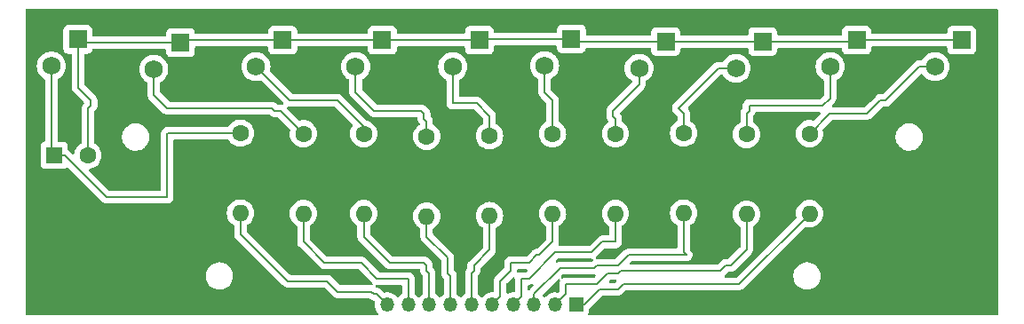
<source format=gbr>
%TF.GenerationSoftware,KiCad,Pcbnew,8.0.1*%
%TF.CreationDate,2025-12-08T14:47:00+00:00*%
%TF.ProjectId,Electric Field Detection LED Bar Circuit,456c6563-7472-4696-9320-4669656c6420,rev?*%
%TF.SameCoordinates,Original*%
%TF.FileFunction,Copper,L1,Top*%
%TF.FilePolarity,Positive*%
%FSLAX46Y46*%
G04 Gerber Fmt 4.6, Leading zero omitted, Abs format (unit mm)*
G04 Created by KiCad (PCBNEW 8.0.1) date 2025-12-08 14:47:00*
%MOMM*%
%LPD*%
G01*
G04 APERTURE LIST*
%TA.AperFunction,ComponentPad*%
%ADD10C,1.600000*%
%TD*%
%TA.AperFunction,ComponentPad*%
%ADD11O,1.600000X1.600000*%
%TD*%
%TA.AperFunction,ComponentPad*%
%ADD12R,1.750000X1.750000*%
%TD*%
%TA.AperFunction,ComponentPad*%
%ADD13C,1.750000*%
%TD*%
%TA.AperFunction,ComponentPad*%
%ADD14R,1.350000X1.350000*%
%TD*%
%TA.AperFunction,ComponentPad*%
%ADD15O,1.350000X1.350000*%
%TD*%
%TA.AperFunction,ComponentPad*%
%ADD16R,1.600000X1.600000*%
%TD*%
%TA.AperFunction,Conductor*%
%ADD17C,0.200000*%
%TD*%
G04 APERTURE END LIST*
D10*
%TO.P,R5,1*%
%TO.N,Net-(D8-A)*%
X150750000Y-87440000D03*
D11*
%TO.P,R5,2*%
%TO.N,Net-(J1-Pin_5)*%
X150750000Y-95060000D03*
%TD*%
D12*
%TO.P,D8,1,K*%
%TO.N,Net-(BZ1--)*%
X152540000Y-78395639D03*
D13*
%TO.P,D8,2,A*%
%TO.N,Net-(D8-A)*%
X150000000Y-80935639D03*
%TD*%
D12*
%TO.P,D9,1,K*%
%TO.N,Net-(BZ1--)*%
X134525000Y-78500000D03*
D13*
%TO.P,D9,2,A*%
%TO.N,Net-(D9-A)*%
X131985000Y-81040000D03*
%TD*%
D10*
%TO.P,R2,1*%
%TO.N,Net-(D6-A)*%
X169250000Y-87500000D03*
D11*
%TO.P,R2,2*%
%TO.N,Net-(J1-Pin_2)*%
X169250000Y-95120000D03*
%TD*%
D12*
%TO.P,D6,1,K*%
%TO.N,Net-(BZ1--)*%
X179750000Y-78500000D03*
D13*
%TO.P,D6,2,A*%
%TO.N,Net-(D6-A)*%
X177210000Y-81040000D03*
%TD*%
D10*
%TO.P,R4,1*%
%TO.N,Net-(D7-A)*%
X156750000Y-87440000D03*
D11*
%TO.P,R4,2*%
%TO.N,Net-(J1-Pin_4)*%
X156750000Y-95060000D03*
%TD*%
D14*
%TO.P,J1,1,Pin_1*%
%TO.N,Net-(J1-Pin_1)*%
X153000000Y-103750000D03*
D15*
%TO.P,J1,2,Pin_2*%
%TO.N,Net-(J1-Pin_2)*%
X151000000Y-103750000D03*
%TO.P,J1,3,Pin_3*%
%TO.N,Net-(J1-Pin_3)*%
X149000000Y-103750000D03*
%TO.P,J1,4,Pin_4*%
%TO.N,Net-(J1-Pin_4)*%
X147000000Y-103750000D03*
%TO.P,J1,5,Pin_5*%
%TO.N,Net-(J1-Pin_5)*%
X145000000Y-103750000D03*
%TO.P,J1,6,Pin_6*%
%TO.N,Net-(J1-Pin_6)*%
X143000000Y-103750000D03*
%TO.P,J1,7,Pin_7*%
%TO.N,Net-(J1-Pin_7)*%
X141000000Y-103750000D03*
%TO.P,J1,8,Pin_8*%
%TO.N,Net-(J1-Pin_8)*%
X139000000Y-103750000D03*
%TO.P,J1,9,Pin_9*%
%TO.N,Net-(J1-Pin_9)*%
X137000000Y-103750000D03*
%TO.P,J1,10,Pin_10*%
%TO.N,Net-(J1-Pin_10)*%
X135000000Y-103750000D03*
%TD*%
D12*
%TO.P,D1,1,K*%
%TO.N,Net-(BZ1--)*%
X170790000Y-78645639D03*
D13*
%TO.P,D1,2,A*%
%TO.N,Net-(D1-A)*%
X168250000Y-81185639D03*
%TD*%
D10*
%TO.P,R3,1*%
%TO.N,Net-(D1-A)*%
X163250000Y-87380000D03*
D11*
%TO.P,R3,2*%
%TO.N,Net-(J1-Pin_3)*%
X163250000Y-95000000D03*
%TD*%
D10*
%TO.P,R10,1*%
%TO.N,Net-(BZ1-+)*%
X121000000Y-87380000D03*
D11*
%TO.P,R10,2*%
%TO.N,Net-(J1-Pin_10)*%
X121000000Y-95000000D03*
%TD*%
D12*
%TO.P,D4,1,K*%
%TO.N,Net-(BZ1--)*%
X105500000Y-78435639D03*
D13*
%TO.P,D4,2,A*%
%TO.N,Net-(BZ1-+)*%
X102960000Y-80975639D03*
%TD*%
D12*
%TO.P,D5,1,K*%
%TO.N,Net-(BZ1--)*%
X189750000Y-78500000D03*
D13*
%TO.P,D5,2,A*%
%TO.N,Net-(D5-A)*%
X187210000Y-81040000D03*
%TD*%
D10*
%TO.P,R8,1*%
%TO.N,Net-(D3-A)*%
X132750000Y-87440000D03*
D11*
%TO.P,R8,2*%
%TO.N,Net-(J1-Pin_8)*%
X132750000Y-95060000D03*
%TD*%
D12*
%TO.P,D3,1,K*%
%TO.N,Net-(BZ1--)*%
X125025000Y-78500000D03*
D13*
%TO.P,D3,2,A*%
%TO.N,Net-(D3-A)*%
X122485000Y-81040000D03*
%TD*%
D10*
%TO.P,R9,1*%
%TO.N,Net-(D10-A)*%
X127000000Y-87440000D03*
D11*
%TO.P,R9,2*%
%TO.N,Net-(J1-Pin_9)*%
X127000000Y-95060000D03*
%TD*%
D10*
%TO.P,R6,1*%
%TO.N,Net-(D2-A)*%
X144750000Y-87630000D03*
D11*
%TO.P,R6,2*%
%TO.N,Net-(J1-Pin_6)*%
X144750000Y-95250000D03*
%TD*%
D12*
%TO.P,D2,1,K*%
%TO.N,Net-(BZ1--)*%
X143775000Y-78500000D03*
D13*
%TO.P,D2,2,A*%
%TO.N,Net-(D2-A)*%
X141235000Y-81040000D03*
%TD*%
D10*
%TO.P,R7,1*%
%TO.N,Net-(D9-A)*%
X138750000Y-87690000D03*
D11*
%TO.P,R7,2*%
%TO.N,Net-(J1-Pin_7)*%
X138750000Y-95310000D03*
%TD*%
D16*
%TO.P,BZ1,1,+*%
%TO.N,Net-(BZ1-+)*%
X103250000Y-89500000D03*
D10*
%TO.P,BZ1,2,-*%
%TO.N,Net-(BZ1--)*%
X106450000Y-89500000D03*
%TD*%
%TO.P,R1,1*%
%TO.N,Net-(D5-A)*%
X175250000Y-87440000D03*
D11*
%TO.P,R1,2*%
%TO.N,Net-(J1-Pin_1)*%
X175250000Y-95060000D03*
%TD*%
D12*
%TO.P,D10,1,K*%
%TO.N,Net-(BZ1--)*%
X115275000Y-78750000D03*
D13*
%TO.P,D10,2,A*%
%TO.N,Net-(D10-A)*%
X112735000Y-81290000D03*
%TD*%
D12*
%TO.P,D7,1,K*%
%TO.N,Net-(BZ1--)*%
X161540000Y-78645639D03*
D13*
%TO.P,D7,2,A*%
%TO.N,Net-(D7-A)*%
X159000000Y-81185639D03*
%TD*%
D17*
%TO.N,Net-(BZ1-+)*%
X102960000Y-89210000D02*
X103250000Y-89500000D01*
X104250000Y-89500000D02*
X108250000Y-93500000D01*
X103250000Y-89500000D02*
X104250000Y-89500000D01*
X114000000Y-87500000D02*
X114120000Y-87380000D01*
X114120000Y-87380000D02*
X121000000Y-87380000D01*
X114000000Y-93500000D02*
X114000000Y-87500000D01*
X108250000Y-93500000D02*
X114000000Y-93500000D01*
X102960000Y-80975639D02*
X102960000Y-89210000D01*
%TO.N,Net-(BZ1--)*%
X105532181Y-78467819D02*
X105532181Y-83032181D01*
X152790000Y-78645639D02*
X152540000Y-78395639D01*
X105500000Y-78435639D02*
X105532181Y-78467819D01*
X189750000Y-78500000D02*
X179750000Y-78500000D01*
X161540000Y-78645639D02*
X152790000Y-78645639D01*
X106750000Y-84750000D02*
X106450000Y-85050000D01*
X106750000Y-84250000D02*
X106750000Y-84750000D01*
X179750000Y-78500000D02*
X179500000Y-78500000D01*
X125025000Y-78500000D02*
X115525000Y-78500000D01*
X115525000Y-78500000D02*
X115275000Y-78750000D01*
X179500000Y-78500000D02*
X179354361Y-78645639D01*
X115275000Y-78750000D02*
X105814361Y-78750000D01*
X105814361Y-78750000D02*
X105500000Y-78435639D01*
X143879361Y-78395639D02*
X143775000Y-78500000D01*
X105532181Y-83032181D02*
X106750000Y-84250000D01*
X179354361Y-78645639D02*
X170790000Y-78645639D01*
X134525000Y-78500000D02*
X125025000Y-78500000D01*
X106450000Y-85050000D02*
X106450000Y-89500000D01*
X152540000Y-78395639D02*
X143879361Y-78395639D01*
X170790000Y-78645639D02*
X161540000Y-78645639D01*
X143775000Y-78500000D02*
X134525000Y-78500000D01*
%TO.N,Net-(D1-A)*%
X162750000Y-85000000D02*
X163250000Y-85500000D01*
X163250000Y-85500000D02*
X163250000Y-87380000D01*
X166564361Y-81185639D02*
X162750000Y-85000000D01*
X168250000Y-81185639D02*
X166564361Y-81185639D01*
%TO.N,Net-(D2-A)*%
X143500000Y-84500000D02*
X144750000Y-85750000D01*
X141250000Y-84500000D02*
X143500000Y-84500000D01*
X144750000Y-85750000D02*
X144750000Y-87630000D01*
X141235000Y-84485000D02*
X141250000Y-84500000D01*
X141235000Y-81040000D02*
X141235000Y-84485000D01*
%TO.N,Net-(D3-A)*%
X132750000Y-86750000D02*
X132750000Y-87440000D01*
X130250000Y-84250000D02*
X132750000Y-86750000D01*
X122485000Y-81040000D02*
X125695000Y-84250000D01*
X125695000Y-84250000D02*
X130250000Y-84250000D01*
%TO.N,Net-(D5-A)*%
X177190000Y-85500000D02*
X175250000Y-87440000D01*
X180750000Y-85500000D02*
X177190000Y-85500000D01*
X182000000Y-84250000D02*
X180750000Y-85500000D01*
X187210000Y-81040000D02*
X185710000Y-81040000D01*
X182500000Y-84250000D02*
X182000000Y-84250000D01*
X185710000Y-81040000D02*
X182500000Y-84250000D01*
%TO.N,Net-(D6-A)*%
X176500000Y-84750000D02*
X169500000Y-84750000D01*
X169500000Y-84750000D02*
X169500000Y-85250000D01*
X169500000Y-85250000D02*
X169250000Y-85500000D01*
X177210000Y-84040000D02*
X176500000Y-84750000D01*
X177210000Y-81040000D02*
X177210000Y-84040000D01*
X169250000Y-85500000D02*
X169250000Y-87500000D01*
%TO.N,Net-(D7-A)*%
X156500000Y-85250000D02*
X156500000Y-85750000D01*
X156500000Y-85750000D02*
X156750000Y-86000000D01*
X159000000Y-81185639D02*
X159000000Y-82750000D01*
X159000000Y-82750000D02*
X156500000Y-85250000D01*
X156750000Y-86000000D02*
X156750000Y-87440000D01*
%TO.N,Net-(D8-A)*%
X150000000Y-80935639D02*
X150000000Y-83500000D01*
X150000000Y-83500000D02*
X150750000Y-84250000D01*
X150750000Y-84250000D02*
X150750000Y-87440000D01*
%TO.N,Net-(D9-A)*%
X138250000Y-85250000D02*
X138500000Y-85500000D01*
X138750000Y-86250000D02*
X138750000Y-87690000D01*
X131985000Y-83485000D02*
X133750000Y-85250000D01*
X131985000Y-81040000D02*
X131985000Y-83485000D01*
X133750000Y-85250000D02*
X138250000Y-85250000D01*
X138500000Y-86000000D02*
X138750000Y-86250000D01*
X138500000Y-85500000D02*
X138500000Y-86000000D01*
%TO.N,Net-(D10-A)*%
X114000000Y-85000000D02*
X124000000Y-85000000D01*
X124000000Y-85000000D02*
X124250000Y-85250000D01*
X124810000Y-85250000D02*
X127000000Y-87440000D01*
X112735000Y-83735000D02*
X114000000Y-85000000D01*
X124250000Y-85250000D02*
X124810000Y-85250000D01*
X112735000Y-81290000D02*
X112735000Y-83735000D01*
%TO.N,Net-(J1-Pin_3)*%
X154750000Y-100250000D02*
X151500000Y-100250000D01*
X158000000Y-99000000D02*
X157000000Y-100000000D01*
X149000000Y-102750000D02*
X149000000Y-103750000D01*
X151500000Y-100250000D02*
X149000000Y-102750000D01*
X163250000Y-98750000D02*
X163500000Y-99000000D01*
X163500000Y-99000000D02*
X158000000Y-99000000D01*
X155000000Y-100000000D02*
X154750000Y-100250000D01*
X157000000Y-100000000D02*
X155000000Y-100000000D01*
X163250000Y-95000000D02*
X163250000Y-98750000D01*
%TO.N,Net-(J1-Pin_4)*%
X148500000Y-101250000D02*
X147750000Y-101250000D01*
X156750000Y-97750000D02*
X155500000Y-97750000D01*
X147750000Y-103000000D02*
X147000000Y-103750000D01*
X156750000Y-95060000D02*
X156750000Y-97750000D01*
X151000000Y-98750000D02*
X148500000Y-101250000D01*
X155500000Y-97750000D02*
X154500000Y-98750000D01*
X154500000Y-98750000D02*
X151000000Y-98750000D01*
X147750000Y-101250000D02*
X147750000Y-103000000D01*
%TO.N,Net-(J1-Pin_9)*%
X137000000Y-101250000D02*
X137000000Y-103750000D01*
X134000000Y-101250000D02*
X137000000Y-101250000D01*
X127000000Y-95060000D02*
X127000000Y-97750000D01*
X127000000Y-97750000D02*
X129000000Y-99750000D01*
X129000000Y-99750000D02*
X132500000Y-99750000D01*
X132500000Y-99750000D02*
X134000000Y-101250000D01*
%TO.N,Net-(J1-Pin_2)*%
X157250000Y-100500000D02*
X157000000Y-100750000D01*
X156000000Y-100750000D02*
X155000000Y-101750000D01*
X169250000Y-98500000D02*
X167750000Y-100000000D01*
X169250000Y-95120000D02*
X169250000Y-98500000D01*
X157000000Y-100750000D02*
X156000000Y-100750000D01*
X167750000Y-100000000D02*
X167250000Y-100000000D01*
X155000000Y-101750000D02*
X152000000Y-101750000D01*
X152000000Y-102750000D02*
X151000000Y-103750000D01*
X167250000Y-100000000D02*
X166750000Y-100500000D01*
X152000000Y-101750000D02*
X152000000Y-102750000D01*
X166750000Y-100500000D02*
X157250000Y-100500000D01*
%TO.N,Net-(J1-Pin_5)*%
X146750000Y-100500000D02*
X145750000Y-101500000D01*
X150750000Y-97750000D02*
X149500000Y-99000000D01*
X149500000Y-99000000D02*
X149250000Y-99000000D01*
X145750000Y-103000000D02*
X145000000Y-103750000D01*
X150750000Y-95060000D02*
X150750000Y-97750000D01*
X149250000Y-99000000D02*
X148500000Y-99750000D01*
X146750000Y-99750000D02*
X146750000Y-100500000D01*
X148500000Y-99750000D02*
X146750000Y-99750000D01*
X145750000Y-101500000D02*
X145750000Y-103000000D01*
%TO.N,Net-(J1-Pin_10)*%
X125500000Y-101500000D02*
X129250000Y-101500000D01*
X130250000Y-102500000D02*
X133500000Y-102500000D01*
X134000000Y-102750000D02*
X135000000Y-103750000D01*
X133750000Y-102750000D02*
X134000000Y-102750000D01*
X129250000Y-101500000D02*
X130250000Y-102500000D01*
X121000000Y-97000000D02*
X125500000Y-101500000D01*
X121000000Y-95000000D02*
X121000000Y-97000000D01*
X133500000Y-102500000D02*
X133750000Y-102750000D01*
%TO.N,Net-(J1-Pin_1)*%
X153750000Y-103750000D02*
X153000000Y-103750000D01*
X157500000Y-101750000D02*
X157000000Y-102250000D01*
X168560000Y-101750000D02*
X157500000Y-101750000D01*
X157000000Y-102250000D02*
X155250000Y-102250000D01*
X155250000Y-102250000D02*
X153750000Y-103750000D01*
X175250000Y-95060000D02*
X168560000Y-101750000D01*
%TO.N,Net-(J1-Pin_7)*%
X138750000Y-97250000D02*
X140750000Y-99250000D01*
X140750000Y-100750000D02*
X141000000Y-101000000D01*
X140750000Y-99250000D02*
X140750000Y-100750000D01*
X141000000Y-101000000D02*
X141000000Y-103750000D01*
X138750000Y-95310000D02*
X138750000Y-97250000D01*
%TO.N,Net-(J1-Pin_6)*%
X143250000Y-100000000D02*
X143250000Y-100500000D01*
X143000000Y-100750000D02*
X143000000Y-103750000D01*
X144750000Y-95250000D02*
X144750000Y-98500000D01*
X144750000Y-98500000D02*
X143250000Y-100000000D01*
X143250000Y-100500000D02*
X143000000Y-100750000D01*
%TO.N,Net-(J1-Pin_8)*%
X132750000Y-95060000D02*
X132750000Y-97250000D01*
X138500000Y-99750000D02*
X138750000Y-100000000D01*
X135250000Y-99750000D02*
X138500000Y-99750000D01*
X132750000Y-97250000D02*
X135250000Y-99750000D01*
X138750000Y-100000000D02*
X138750000Y-100500000D01*
X139000000Y-100750000D02*
X139000000Y-103750000D01*
X138750000Y-100500000D02*
X139000000Y-100750000D01*
%TD*%
%TA.AperFunction,NonConductor*%
G36*
X154413347Y-99350501D02*
G01*
X154500901Y-99350501D01*
X154567940Y-99370186D01*
X154613695Y-99422990D01*
X154623639Y-99492148D01*
X154594614Y-99555704D01*
X154588582Y-99562182D01*
X154537583Y-99613181D01*
X154476260Y-99646666D01*
X154449902Y-99649500D01*
X151586669Y-99649500D01*
X151586653Y-99649499D01*
X151579057Y-99649499D01*
X151420943Y-99649499D01*
X151313587Y-99678265D01*
X151268210Y-99690424D01*
X151268207Y-99690425D01*
X151233542Y-99710440D01*
X151165642Y-99726913D01*
X151099615Y-99704060D01*
X151056425Y-99649139D01*
X151049784Y-99579585D01*
X151081800Y-99517483D01*
X151083782Y-99515452D01*
X151212418Y-99386816D01*
X151273739Y-99353334D01*
X151300097Y-99350500D01*
X154413331Y-99350500D01*
X154413347Y-99350501D01*
G37*
%TD.AperFunction*%
%TA.AperFunction,NonConductor*%
G36*
X148317942Y-100370185D02*
G01*
X148363697Y-100422989D01*
X148373641Y-100492147D01*
X148344616Y-100555703D01*
X148338584Y-100562181D01*
X148287584Y-100613181D01*
X148226261Y-100646666D01*
X148199903Y-100649500D01*
X147829057Y-100649500D01*
X147670943Y-100649500D01*
X147518216Y-100690423D01*
X147518214Y-100690423D01*
X147510365Y-100692527D01*
X147509739Y-100690192D01*
X147452457Y-100696338D01*
X147389985Y-100665049D01*
X147354346Y-100604952D01*
X147350501Y-100574313D01*
X147350501Y-100474500D01*
X147370186Y-100407461D01*
X147422990Y-100361706D01*
X147474501Y-100350500D01*
X148250903Y-100350500D01*
X148317942Y-100370185D01*
G37*
%TD.AperFunction*%
%TA.AperFunction,NonConductor*%
G36*
X154663347Y-100850501D02*
G01*
X154750902Y-100850501D01*
X154817941Y-100870186D01*
X154863696Y-100922990D01*
X154873640Y-100992148D01*
X154844615Y-101055704D01*
X154838583Y-101062182D01*
X154787584Y-101113181D01*
X154726261Y-101146666D01*
X154699903Y-101149500D01*
X151920943Y-101149500D01*
X151768216Y-101190423D01*
X151768211Y-101190425D01*
X151733540Y-101210442D01*
X151665640Y-101226913D01*
X151599613Y-101204060D01*
X151556424Y-101149138D01*
X151549783Y-101079585D01*
X151581801Y-101017483D01*
X151583783Y-101015451D01*
X151712418Y-100886816D01*
X151773739Y-100853334D01*
X151800097Y-100850500D01*
X154663331Y-100850500D01*
X154663347Y-100850501D01*
G37*
%TD.AperFunction*%
%TA.AperFunction,NonConductor*%
G36*
X156817942Y-101370185D02*
G01*
X156863697Y-101422989D01*
X156873641Y-101492147D01*
X156844616Y-101555703D01*
X156838584Y-101562181D01*
X156787584Y-101613181D01*
X156726261Y-101646666D01*
X156699903Y-101649500D01*
X156249098Y-101649500D01*
X156182059Y-101629815D01*
X156136304Y-101577011D01*
X156126360Y-101507853D01*
X156155385Y-101444297D01*
X156161417Y-101437819D01*
X156212417Y-101386819D01*
X156273740Y-101353334D01*
X156300098Y-101350500D01*
X156750903Y-101350500D01*
X156817942Y-101370185D01*
G37*
%TD.AperFunction*%
%TA.AperFunction,NonConductor*%
G36*
X148900378Y-101795939D02*
G01*
X148943570Y-101850860D01*
X148950213Y-101920413D01*
X148918198Y-101982516D01*
X148916134Y-101984629D01*
X148631286Y-102269478D01*
X148562181Y-102338583D01*
X148500858Y-102372068D01*
X148431166Y-102367084D01*
X148375233Y-102325212D01*
X148350816Y-102259748D01*
X148350500Y-102250902D01*
X148350500Y-101974501D01*
X148370185Y-101907462D01*
X148422989Y-101861707D01*
X148474500Y-101850501D01*
X148579054Y-101850501D01*
X148579057Y-101850501D01*
X148731785Y-101809577D01*
X148766452Y-101789561D01*
X148834351Y-101773088D01*
X148900378Y-101795939D01*
G37*
%TD.AperFunction*%
%TA.AperFunction,NonConductor*%
G36*
X147068834Y-101132915D02*
G01*
X147124767Y-101174787D01*
X147149184Y-101240251D01*
X147149500Y-101249097D01*
X147149500Y-102450500D01*
X147129815Y-102517539D01*
X147077011Y-102563294D01*
X147025500Y-102574500D01*
X146891074Y-102574500D01*
X146676931Y-102614530D01*
X146676928Y-102614530D01*
X146676928Y-102614531D01*
X146519293Y-102675599D01*
X146449670Y-102681461D01*
X146387930Y-102648751D01*
X146353675Y-102587854D01*
X146350500Y-102559972D01*
X146350500Y-101800097D01*
X146370185Y-101733058D01*
X146386819Y-101712416D01*
X146765374Y-101333861D01*
X146937820Y-101161415D01*
X146999142Y-101127931D01*
X147068834Y-101132915D01*
G37*
%TD.AperFunction*%
%TA.AperFunction,NonConductor*%
G36*
X151396388Y-101305360D02*
G01*
X151452321Y-101347232D01*
X151476738Y-101412696D01*
X151461886Y-101480969D01*
X151460442Y-101483540D01*
X151440425Y-101518211D01*
X151440423Y-101518216D01*
X151399500Y-101670943D01*
X151399500Y-102449900D01*
X151379815Y-102516939D01*
X151363179Y-102537583D01*
X151338249Y-102562512D01*
X151276926Y-102595996D01*
X151227786Y-102596718D01*
X151190166Y-102589686D01*
X151108926Y-102574500D01*
X150891074Y-102574500D01*
X150676931Y-102614530D01*
X150633891Y-102631204D01*
X150473792Y-102693226D01*
X150473786Y-102693229D01*
X150288576Y-102807906D01*
X150288566Y-102807913D01*
X150127573Y-102954676D01*
X150098953Y-102992576D01*
X150042844Y-103034211D01*
X149973132Y-103038902D01*
X149911950Y-103005159D01*
X149901047Y-102992576D01*
X149883864Y-102969823D01*
X149872427Y-102954678D01*
X149849193Y-102933498D01*
X149812914Y-102873789D01*
X149814674Y-102803941D01*
X149845050Y-102754183D01*
X151265374Y-101333860D01*
X151326696Y-101300376D01*
X151396388Y-101305360D01*
G37*
%TD.AperFunction*%
%TA.AperFunction,NonConductor*%
G36*
X136342539Y-101870185D02*
G01*
X136388294Y-101922989D01*
X136399500Y-101974500D01*
X136399500Y-102670158D01*
X136379815Y-102737197D01*
X136340778Y-102775585D01*
X136288566Y-102807913D01*
X136127573Y-102954676D01*
X136098953Y-102992576D01*
X136042844Y-103034211D01*
X135973132Y-103038902D01*
X135911950Y-103005159D01*
X135901047Y-102992576D01*
X135872426Y-102954676D01*
X135711433Y-102807913D01*
X135711423Y-102807906D01*
X135526213Y-102693229D01*
X135526207Y-102693226D01*
X135441113Y-102660260D01*
X135323069Y-102614530D01*
X135108926Y-102574500D01*
X134891074Y-102574500D01*
X134891073Y-102574500D01*
X134772210Y-102596718D01*
X134702695Y-102589686D01*
X134661746Y-102562510D01*
X134487590Y-102388355D01*
X134487588Y-102388352D01*
X134368716Y-102269480D01*
X134368714Y-102269479D01*
X134368712Y-102269478D01*
X134281904Y-102219360D01*
X134281904Y-102219359D01*
X134281900Y-102219358D01*
X134231785Y-102190423D01*
X134079057Y-102149499D01*
X134079054Y-102149499D01*
X134050097Y-102149499D01*
X133983058Y-102129814D01*
X133962416Y-102113180D01*
X133911417Y-102062181D01*
X133877932Y-102000858D01*
X133882916Y-101931166D01*
X133924788Y-101875233D01*
X133990252Y-101850816D01*
X133999098Y-101850500D01*
X136275500Y-101850500D01*
X136342539Y-101870185D01*
G37*
%TD.AperFunction*%
%TA.AperFunction,NonConductor*%
G36*
X193192539Y-75520185D02*
G01*
X193238294Y-75572989D01*
X193249500Y-75624500D01*
X193249500Y-104625500D01*
X193229815Y-104692539D01*
X193177011Y-104738294D01*
X193125500Y-104749500D01*
X154266742Y-104749500D01*
X154199703Y-104729815D01*
X154153948Y-104677011D01*
X154144004Y-104607853D01*
X154150560Y-104582166D01*
X154154983Y-104570309D01*
X154169091Y-104532483D01*
X154175500Y-104472873D01*
X154175499Y-104225097D01*
X154195183Y-104158059D01*
X154211818Y-104137417D01*
X154230520Y-104118716D01*
X154230520Y-104118715D01*
X154240722Y-104108514D01*
X154240729Y-104108504D01*
X155462416Y-102886819D01*
X155523739Y-102853334D01*
X155550097Y-102850500D01*
X156913331Y-102850500D01*
X156913347Y-102850501D01*
X156920943Y-102850501D01*
X157079054Y-102850501D01*
X157079057Y-102850501D01*
X157231785Y-102809577D01*
X157281904Y-102780639D01*
X157368716Y-102730520D01*
X157480520Y-102618716D01*
X157480521Y-102618714D01*
X157712418Y-102386816D01*
X157773740Y-102353334D01*
X157800098Y-102350500D01*
X168473331Y-102350500D01*
X168473347Y-102350501D01*
X168480943Y-102350501D01*
X168639054Y-102350501D01*
X168639057Y-102350501D01*
X168791785Y-102309577D01*
X168861233Y-102269481D01*
X168928716Y-102230520D01*
X169040520Y-102118716D01*
X169040520Y-102118714D01*
X169050724Y-102108511D01*
X169050727Y-102108506D01*
X170056882Y-101102351D01*
X173699500Y-101102351D01*
X173731522Y-101304534D01*
X173794781Y-101499223D01*
X173887715Y-101681613D01*
X174008028Y-101847213D01*
X174152786Y-101991971D01*
X174245840Y-102059577D01*
X174318390Y-102112287D01*
X174391423Y-102149499D01*
X174500776Y-102205218D01*
X174500778Y-102205218D01*
X174500781Y-102205220D01*
X174605137Y-102239127D01*
X174695465Y-102268477D01*
X174796557Y-102284488D01*
X174897648Y-102300500D01*
X174897649Y-102300500D01*
X175102351Y-102300500D01*
X175102352Y-102300500D01*
X175304534Y-102268477D01*
X175499219Y-102205220D01*
X175681610Y-102112287D01*
X175809349Y-102019480D01*
X175847213Y-101991971D01*
X175847215Y-101991968D01*
X175847219Y-101991966D01*
X175991966Y-101847219D01*
X175991968Y-101847215D01*
X175991971Y-101847213D01*
X176045825Y-101773088D01*
X176112287Y-101681610D01*
X176205220Y-101499219D01*
X176268477Y-101304534D01*
X176300500Y-101102352D01*
X176300500Y-100897648D01*
X176274230Y-100731790D01*
X176268477Y-100695465D01*
X176224324Y-100559577D01*
X176205220Y-100500781D01*
X176205218Y-100500778D01*
X176205218Y-100500776D01*
X176144334Y-100381286D01*
X176112287Y-100318390D01*
X176076751Y-100269478D01*
X175991971Y-100152786D01*
X175847213Y-100008028D01*
X175681613Y-99887715D01*
X175681612Y-99887714D01*
X175681610Y-99887713D01*
X175624653Y-99858691D01*
X175499223Y-99794781D01*
X175304534Y-99731522D01*
X175129995Y-99703878D01*
X175102352Y-99699500D01*
X174897648Y-99699500D01*
X174873329Y-99703351D01*
X174695465Y-99731522D01*
X174500776Y-99794781D01*
X174318386Y-99887715D01*
X174152786Y-100008028D01*
X174008028Y-100152786D01*
X173887715Y-100318386D01*
X173794781Y-100500776D01*
X173731522Y-100695465D01*
X173699500Y-100897648D01*
X173699500Y-101102351D01*
X170056882Y-101102351D01*
X174807295Y-96351939D01*
X174868616Y-96318456D01*
X174927067Y-96319846D01*
X175023308Y-96345635D01*
X175185230Y-96359801D01*
X175249998Y-96365468D01*
X175250000Y-96365468D01*
X175250002Y-96365468D01*
X175306673Y-96360509D01*
X175476692Y-96345635D01*
X175696496Y-96286739D01*
X175902734Y-96190568D01*
X176089139Y-96060047D01*
X176250047Y-95899139D01*
X176380568Y-95712734D01*
X176476739Y-95506496D01*
X176535635Y-95286692D01*
X176555468Y-95060000D01*
X176550218Y-94999998D01*
X176549801Y-94995230D01*
X176535635Y-94833308D01*
X176476739Y-94613504D01*
X176380568Y-94407266D01*
X176250047Y-94220861D01*
X176250045Y-94220858D01*
X176089141Y-94059954D01*
X175902734Y-93929432D01*
X175902732Y-93929431D01*
X175696497Y-93833261D01*
X175696488Y-93833258D01*
X175476697Y-93774366D01*
X175476693Y-93774365D01*
X175476692Y-93774365D01*
X175476691Y-93774364D01*
X175476686Y-93774364D01*
X175250002Y-93754532D01*
X175249998Y-93754532D01*
X175023313Y-93774364D01*
X175023302Y-93774366D01*
X174803511Y-93833258D01*
X174803502Y-93833261D01*
X174597267Y-93929431D01*
X174597265Y-93929432D01*
X174410858Y-94059954D01*
X174249954Y-94220858D01*
X174119432Y-94407265D01*
X174119431Y-94407267D01*
X174023261Y-94613502D01*
X174023258Y-94613511D01*
X173964366Y-94833302D01*
X173964364Y-94833313D01*
X173944532Y-95059998D01*
X173944532Y-95060001D01*
X173964364Y-95286686D01*
X173964365Y-95286694D01*
X173990152Y-95382929D01*
X173988489Y-95452779D01*
X173958058Y-95502704D01*
X168347584Y-101113181D01*
X168286261Y-101146666D01*
X168259903Y-101149500D01*
X167249098Y-101149500D01*
X167182059Y-101129815D01*
X167136304Y-101077011D01*
X167126360Y-101007853D01*
X167155385Y-100944297D01*
X167161417Y-100937819D01*
X167178293Y-100920943D01*
X167230520Y-100868716D01*
X167230521Y-100868714D01*
X167462418Y-100636816D01*
X167523740Y-100603334D01*
X167550098Y-100600500D01*
X167663331Y-100600500D01*
X167663347Y-100600501D01*
X167670943Y-100600501D01*
X167829054Y-100600501D01*
X167829057Y-100600501D01*
X167981785Y-100559577D01*
X168031904Y-100530639D01*
X168118716Y-100480520D01*
X168230520Y-100368716D01*
X168230520Y-100368714D01*
X168240728Y-100358507D01*
X168240730Y-100358504D01*
X169608506Y-98990728D01*
X169608511Y-98990724D01*
X169618714Y-98980520D01*
X169618716Y-98980520D01*
X169730520Y-98868716D01*
X169809577Y-98731784D01*
X169850500Y-98579057D01*
X169850500Y-96351692D01*
X169870185Y-96284653D01*
X169903374Y-96250119D01*
X170089139Y-96120047D01*
X170250047Y-95959139D01*
X170380568Y-95772734D01*
X170476739Y-95566496D01*
X170535635Y-95346692D01*
X170555468Y-95120000D01*
X170550218Y-95059998D01*
X170547009Y-95023313D01*
X170535635Y-94893308D01*
X170476739Y-94673504D01*
X170380568Y-94467266D01*
X170250047Y-94280861D01*
X170250045Y-94280858D01*
X170089141Y-94119954D01*
X169902734Y-93989432D01*
X169902732Y-93989431D01*
X169696497Y-93893261D01*
X169696488Y-93893258D01*
X169476697Y-93834366D01*
X169476693Y-93834365D01*
X169476692Y-93834365D01*
X169476691Y-93834364D01*
X169476686Y-93834364D01*
X169250002Y-93814532D01*
X169249998Y-93814532D01*
X169023313Y-93834364D01*
X169023302Y-93834366D01*
X168803511Y-93893258D01*
X168803502Y-93893261D01*
X168597267Y-93989431D01*
X168597265Y-93989432D01*
X168410858Y-94119954D01*
X168249954Y-94280858D01*
X168119432Y-94467265D01*
X168119431Y-94467267D01*
X168023261Y-94673502D01*
X168023258Y-94673511D01*
X167964366Y-94893302D01*
X167964364Y-94893313D01*
X167944532Y-95119998D01*
X167944532Y-95120001D01*
X167964364Y-95346686D01*
X167964366Y-95346697D01*
X168023258Y-95566488D01*
X168023261Y-95566497D01*
X168119431Y-95772732D01*
X168119432Y-95772734D01*
X168249954Y-95959141D01*
X168410858Y-96120045D01*
X168410861Y-96120047D01*
X168596624Y-96250118D01*
X168640248Y-96304693D01*
X168649500Y-96351692D01*
X168649500Y-98199903D01*
X168629815Y-98266942D01*
X168613181Y-98287584D01*
X167537584Y-99363181D01*
X167476261Y-99396666D01*
X167449903Y-99399500D01*
X167336670Y-99399500D01*
X167336654Y-99399499D01*
X167329058Y-99399499D01*
X167170943Y-99399499D01*
X167094579Y-99419961D01*
X167018214Y-99440423D01*
X167018209Y-99440426D01*
X166881290Y-99519475D01*
X166881282Y-99519481D01*
X166537584Y-99863181D01*
X166476261Y-99896666D01*
X166449903Y-99899500D01*
X158249098Y-99899500D01*
X158182059Y-99879815D01*
X158136304Y-99827011D01*
X158126360Y-99757853D01*
X158155385Y-99694297D01*
X158161417Y-99687819D01*
X158212417Y-99636819D01*
X158273740Y-99603334D01*
X158300098Y-99600500D01*
X163579055Y-99600500D01*
X163579057Y-99600500D01*
X163731784Y-99559577D01*
X163868716Y-99480520D01*
X163980520Y-99368716D01*
X164059577Y-99231784D01*
X164100500Y-99079057D01*
X164100500Y-98920943D01*
X164059577Y-98768216D01*
X164038543Y-98731783D01*
X163980524Y-98631290D01*
X163980521Y-98631286D01*
X163980520Y-98631284D01*
X163886818Y-98537582D01*
X163853334Y-98476258D01*
X163850500Y-98449901D01*
X163850500Y-96231692D01*
X163870185Y-96164653D01*
X163903374Y-96130119D01*
X164089139Y-96000047D01*
X164250047Y-95839139D01*
X164380568Y-95652734D01*
X164476739Y-95446496D01*
X164535635Y-95226692D01*
X164555468Y-95000000D01*
X164535635Y-94773308D01*
X164476739Y-94553504D01*
X164380568Y-94347266D01*
X164250047Y-94160861D01*
X164250045Y-94160858D01*
X164089141Y-93999954D01*
X163902734Y-93869432D01*
X163902732Y-93869431D01*
X163696497Y-93773261D01*
X163696488Y-93773258D01*
X163476697Y-93714366D01*
X163476693Y-93714365D01*
X163476692Y-93714365D01*
X163476691Y-93714364D01*
X163476686Y-93714364D01*
X163250002Y-93694532D01*
X163249998Y-93694532D01*
X163023313Y-93714364D01*
X163023302Y-93714366D01*
X162803511Y-93773258D01*
X162803502Y-93773261D01*
X162597267Y-93869431D01*
X162597265Y-93869432D01*
X162410858Y-93999954D01*
X162249954Y-94160858D01*
X162119432Y-94347265D01*
X162119431Y-94347267D01*
X162023261Y-94553502D01*
X162023258Y-94553511D01*
X161964366Y-94773302D01*
X161964364Y-94773313D01*
X161944532Y-94999998D01*
X161944532Y-95000001D01*
X161964364Y-95226686D01*
X161964366Y-95226697D01*
X162023258Y-95446488D01*
X162023261Y-95446497D01*
X162119431Y-95652732D01*
X162119432Y-95652734D01*
X162249954Y-95839141D01*
X162410858Y-96000045D01*
X162410861Y-96000047D01*
X162596624Y-96130118D01*
X162640248Y-96184693D01*
X162649500Y-96231692D01*
X162649500Y-98275500D01*
X162629815Y-98342539D01*
X162577011Y-98388294D01*
X162525500Y-98399500D01*
X158086670Y-98399500D01*
X158086654Y-98399499D01*
X158079058Y-98399499D01*
X157920943Y-98399499D01*
X157844579Y-98419961D01*
X157768214Y-98440423D01*
X157768209Y-98440426D01*
X157631290Y-98519475D01*
X157631282Y-98519481D01*
X156787584Y-99363181D01*
X156726261Y-99396666D01*
X156699903Y-99399500D01*
X154999098Y-99399500D01*
X154932059Y-99379815D01*
X154886304Y-99327011D01*
X154876360Y-99257853D01*
X154905385Y-99194297D01*
X154911417Y-99187819D01*
X154949737Y-99149499D01*
X154980520Y-99118716D01*
X154980520Y-99118714D01*
X154990724Y-99108511D01*
X154990727Y-99108506D01*
X155712417Y-98386819D01*
X155773740Y-98353334D01*
X155800098Y-98350500D01*
X156829055Y-98350500D01*
X156829057Y-98350500D01*
X156981784Y-98309577D01*
X157118716Y-98230520D01*
X157230520Y-98118716D01*
X157309577Y-97981784D01*
X157350500Y-97829057D01*
X157350500Y-96291692D01*
X157370185Y-96224653D01*
X157403374Y-96190119D01*
X157589139Y-96060047D01*
X157750047Y-95899139D01*
X157880568Y-95712734D01*
X157976739Y-95506496D01*
X158035635Y-95286692D01*
X158055468Y-95060000D01*
X158050218Y-94999998D01*
X158049801Y-94995230D01*
X158035635Y-94833308D01*
X157976739Y-94613504D01*
X157880568Y-94407266D01*
X157750047Y-94220861D01*
X157750045Y-94220858D01*
X157589141Y-94059954D01*
X157402734Y-93929432D01*
X157402732Y-93929431D01*
X157196497Y-93833261D01*
X157196488Y-93833258D01*
X156976697Y-93774366D01*
X156976693Y-93774365D01*
X156976692Y-93774365D01*
X156976691Y-93774364D01*
X156976686Y-93774364D01*
X156750002Y-93754532D01*
X156749998Y-93754532D01*
X156523313Y-93774364D01*
X156523302Y-93774366D01*
X156303511Y-93833258D01*
X156303502Y-93833261D01*
X156097267Y-93929431D01*
X156097265Y-93929432D01*
X155910858Y-94059954D01*
X155749954Y-94220858D01*
X155619432Y-94407265D01*
X155619431Y-94407267D01*
X155523261Y-94613502D01*
X155523258Y-94613511D01*
X155464366Y-94833302D01*
X155464364Y-94833313D01*
X155444532Y-95059998D01*
X155444532Y-95060001D01*
X155464364Y-95286686D01*
X155464366Y-95286697D01*
X155523258Y-95506488D01*
X155523261Y-95506497D01*
X155619431Y-95712732D01*
X155619432Y-95712734D01*
X155749954Y-95899141D01*
X155910858Y-96060045D01*
X155910861Y-96060047D01*
X156096624Y-96190118D01*
X156140248Y-96244693D01*
X156149500Y-96291692D01*
X156149500Y-97025500D01*
X156129815Y-97092539D01*
X156077011Y-97138294D01*
X156025500Y-97149500D01*
X155586670Y-97149500D01*
X155586654Y-97149499D01*
X155579058Y-97149499D01*
X155420943Y-97149499D01*
X155344579Y-97169961D01*
X155268214Y-97190423D01*
X155268209Y-97190426D01*
X155131290Y-97269475D01*
X155131284Y-97269480D01*
X154287584Y-98113181D01*
X154226261Y-98146666D01*
X154199903Y-98149500D01*
X151425686Y-98149500D01*
X151358647Y-98129815D01*
X151312892Y-98077011D01*
X151302948Y-98007853D01*
X151307913Y-97989753D01*
X151307473Y-97989635D01*
X151309575Y-97981786D01*
X151309577Y-97981785D01*
X151350501Y-97829057D01*
X151350501Y-97670943D01*
X151350501Y-97663348D01*
X151350500Y-97663330D01*
X151350500Y-96291692D01*
X151370185Y-96224653D01*
X151403374Y-96190119D01*
X151589139Y-96060047D01*
X151750047Y-95899139D01*
X151880568Y-95712734D01*
X151976739Y-95506496D01*
X152035635Y-95286692D01*
X152055468Y-95060000D01*
X152050218Y-94999998D01*
X152049801Y-94995230D01*
X152035635Y-94833308D01*
X151976739Y-94613504D01*
X151880568Y-94407266D01*
X151750047Y-94220861D01*
X151750045Y-94220858D01*
X151589141Y-94059954D01*
X151402734Y-93929432D01*
X151402732Y-93929431D01*
X151196497Y-93833261D01*
X151196488Y-93833258D01*
X150976697Y-93774366D01*
X150976693Y-93774365D01*
X150976692Y-93774365D01*
X150976691Y-93774364D01*
X150976686Y-93774364D01*
X150750002Y-93754532D01*
X150749998Y-93754532D01*
X150523313Y-93774364D01*
X150523302Y-93774366D01*
X150303511Y-93833258D01*
X150303502Y-93833261D01*
X150097267Y-93929431D01*
X150097265Y-93929432D01*
X149910858Y-94059954D01*
X149749954Y-94220858D01*
X149619432Y-94407265D01*
X149619431Y-94407267D01*
X149523261Y-94613502D01*
X149523258Y-94613511D01*
X149464366Y-94833302D01*
X149464364Y-94833313D01*
X149444532Y-95059998D01*
X149444532Y-95060001D01*
X149464364Y-95286686D01*
X149464366Y-95286697D01*
X149523258Y-95506488D01*
X149523261Y-95506497D01*
X149619431Y-95712732D01*
X149619432Y-95712734D01*
X149749954Y-95899141D01*
X149910858Y-96060045D01*
X149910861Y-96060047D01*
X150096624Y-96190118D01*
X150140248Y-96244693D01*
X150149500Y-96291692D01*
X150149500Y-97449903D01*
X150129815Y-97516942D01*
X150113181Y-97537584D01*
X149287584Y-98363181D01*
X149226261Y-98396666D01*
X149199903Y-98399500D01*
X149170943Y-98399500D01*
X149018215Y-98440423D01*
X149018214Y-98440423D01*
X149018212Y-98440424D01*
X149018209Y-98440425D01*
X148968096Y-98469359D01*
X148968095Y-98469360D01*
X148924689Y-98494420D01*
X148881285Y-98519479D01*
X148881282Y-98519481D01*
X148821709Y-98579055D01*
X148769480Y-98631284D01*
X148769478Y-98631286D01*
X148519480Y-98881285D01*
X148287584Y-99113181D01*
X148226261Y-99146666D01*
X148199903Y-99149500D01*
X146670943Y-99149500D01*
X146518216Y-99190423D01*
X146518209Y-99190426D01*
X146381290Y-99269475D01*
X146381282Y-99269481D01*
X146269481Y-99381282D01*
X146269475Y-99381290D01*
X146190426Y-99518209D01*
X146190423Y-99518216D01*
X146149500Y-99670943D01*
X146149500Y-100199902D01*
X146129815Y-100266941D01*
X146113181Y-100287583D01*
X145269481Y-101131282D01*
X145269479Y-101131285D01*
X145258963Y-101149500D01*
X145222639Y-101212417D01*
X145219361Y-101218094D01*
X145219359Y-101218096D01*
X145190425Y-101268209D01*
X145190424Y-101268210D01*
X145181880Y-101300098D01*
X145149499Y-101420943D01*
X145149499Y-101420945D01*
X145149499Y-101589046D01*
X145149500Y-101589059D01*
X145149500Y-102450500D01*
X145129815Y-102517539D01*
X145077011Y-102563294D01*
X145025500Y-102574500D01*
X144891074Y-102574500D01*
X144676931Y-102614530D01*
X144633891Y-102631204D01*
X144473792Y-102693226D01*
X144473786Y-102693229D01*
X144288576Y-102807906D01*
X144288566Y-102807913D01*
X144127573Y-102954676D01*
X144098953Y-102992576D01*
X144042844Y-103034211D01*
X143973132Y-103038902D01*
X143911950Y-103005159D01*
X143901047Y-102992576D01*
X143872426Y-102954676D01*
X143711433Y-102807913D01*
X143711432Y-102807912D01*
X143659222Y-102775585D01*
X143612587Y-102723557D01*
X143600500Y-102670158D01*
X143600500Y-101050098D01*
X143620185Y-100983059D01*
X143636819Y-100962417D01*
X143678293Y-100920943D01*
X143730520Y-100868716D01*
X143809577Y-100731784D01*
X143844754Y-100600501D01*
X143850500Y-100579058D01*
X143850500Y-100420943D01*
X143850500Y-100420942D01*
X143850500Y-100300096D01*
X143870185Y-100233057D01*
X143886814Y-100212420D01*
X145108506Y-98990727D01*
X145108511Y-98990724D01*
X145118714Y-98980520D01*
X145118716Y-98980520D01*
X145230520Y-98868716D01*
X145309577Y-98731784D01*
X145350500Y-98579057D01*
X145350500Y-96481692D01*
X145370185Y-96414653D01*
X145403374Y-96380119D01*
X145589139Y-96250047D01*
X145750047Y-96089139D01*
X145880568Y-95902734D01*
X145976739Y-95696496D01*
X146035635Y-95476692D01*
X146055468Y-95250000D01*
X146035635Y-95023308D01*
X145976739Y-94803504D01*
X145880568Y-94597266D01*
X145750047Y-94410861D01*
X145750045Y-94410858D01*
X145589141Y-94249954D01*
X145402734Y-94119432D01*
X145402732Y-94119431D01*
X145196497Y-94023261D01*
X145196488Y-94023258D01*
X144976697Y-93964366D01*
X144976693Y-93964365D01*
X144976692Y-93964365D01*
X144976691Y-93964364D01*
X144976686Y-93964364D01*
X144750002Y-93944532D01*
X144749998Y-93944532D01*
X144523313Y-93964364D01*
X144523302Y-93964366D01*
X144303511Y-94023258D01*
X144303502Y-94023261D01*
X144097267Y-94119431D01*
X144097265Y-94119432D01*
X143910858Y-94249954D01*
X143749954Y-94410858D01*
X143619432Y-94597265D01*
X143619431Y-94597267D01*
X143523261Y-94803502D01*
X143523258Y-94803511D01*
X143464366Y-95023302D01*
X143464364Y-95023313D01*
X143444532Y-95249998D01*
X143444532Y-95250001D01*
X143464364Y-95476686D01*
X143464366Y-95476697D01*
X143523258Y-95696488D01*
X143523261Y-95696497D01*
X143619431Y-95902732D01*
X143619432Y-95902734D01*
X143749954Y-96089141D01*
X143910858Y-96250045D01*
X143910861Y-96250047D01*
X144096624Y-96380118D01*
X144140248Y-96434693D01*
X144149500Y-96481692D01*
X144149500Y-98199902D01*
X144129815Y-98266941D01*
X144113181Y-98287583D01*
X142769481Y-99631282D01*
X142769479Y-99631284D01*
X142758963Y-99649500D01*
X142730096Y-99699500D01*
X142690423Y-99768215D01*
X142649499Y-99920943D01*
X142649499Y-99920945D01*
X142649499Y-100089046D01*
X142649500Y-100089059D01*
X142649500Y-100199902D01*
X142629815Y-100266941D01*
X142613181Y-100287583D01*
X142519481Y-100381282D01*
X142519479Y-100381285D01*
X142469361Y-100468094D01*
X142469359Y-100468096D01*
X142440425Y-100518209D01*
X142440424Y-100518210D01*
X142430378Y-100555703D01*
X142399499Y-100670943D01*
X142399499Y-100670945D01*
X142399499Y-100839046D01*
X142399500Y-100839059D01*
X142399500Y-102670158D01*
X142379815Y-102737197D01*
X142340778Y-102775585D01*
X142288566Y-102807913D01*
X142127573Y-102954676D01*
X142098953Y-102992576D01*
X142042844Y-103034211D01*
X141973132Y-103038902D01*
X141911950Y-103005159D01*
X141901047Y-102992576D01*
X141872426Y-102954676D01*
X141711433Y-102807913D01*
X141711432Y-102807912D01*
X141659222Y-102775585D01*
X141612587Y-102723557D01*
X141600500Y-102670158D01*
X141600500Y-100920943D01*
X141594754Y-100899500D01*
X141575879Y-100829057D01*
X141559577Y-100768216D01*
X141559575Y-100768212D01*
X141559574Y-100768209D01*
X141480524Y-100631290D01*
X141480521Y-100631286D01*
X141480520Y-100631284D01*
X141386818Y-100537582D01*
X141353334Y-100476258D01*
X141350500Y-100449901D01*
X141350500Y-99170945D01*
X141350500Y-99170943D01*
X141309577Y-99018216D01*
X141309577Y-99018215D01*
X141309577Y-99018214D01*
X141280639Y-98968095D01*
X141280637Y-98968092D01*
X141230520Y-98881284D01*
X141118716Y-98769480D01*
X141118715Y-98769479D01*
X141114385Y-98765149D01*
X141114374Y-98765139D01*
X139386819Y-97037584D01*
X139353334Y-96976261D01*
X139350500Y-96949903D01*
X139350500Y-96541692D01*
X139370185Y-96474653D01*
X139403374Y-96440119D01*
X139589139Y-96310047D01*
X139750047Y-96149139D01*
X139880568Y-95962734D01*
X139976739Y-95756496D01*
X140035635Y-95536692D01*
X140055468Y-95310000D01*
X140050218Y-95249998D01*
X140035635Y-95083313D01*
X140035635Y-95083308D01*
X139976739Y-94863504D01*
X139880568Y-94657266D01*
X139750047Y-94470861D01*
X139750045Y-94470858D01*
X139589141Y-94309954D01*
X139402734Y-94179432D01*
X139402732Y-94179431D01*
X139196497Y-94083261D01*
X139196488Y-94083258D01*
X138976697Y-94024366D01*
X138976693Y-94024365D01*
X138976692Y-94024365D01*
X138976691Y-94024364D01*
X138976686Y-94024364D01*
X138750002Y-94004532D01*
X138749998Y-94004532D01*
X138523313Y-94024364D01*
X138523302Y-94024366D01*
X138303511Y-94083258D01*
X138303502Y-94083261D01*
X138097267Y-94179431D01*
X138097265Y-94179432D01*
X137910858Y-94309954D01*
X137749954Y-94470858D01*
X137619432Y-94657265D01*
X137619431Y-94657267D01*
X137523261Y-94863502D01*
X137523258Y-94863511D01*
X137464366Y-95083302D01*
X137464364Y-95083313D01*
X137444532Y-95309998D01*
X137444532Y-95310001D01*
X137464364Y-95536686D01*
X137464366Y-95536697D01*
X137523258Y-95756488D01*
X137523261Y-95756497D01*
X137619431Y-95962732D01*
X137619432Y-95962734D01*
X137749954Y-96149141D01*
X137910858Y-96310045D01*
X137910861Y-96310047D01*
X138096624Y-96440118D01*
X138140248Y-96494693D01*
X138149500Y-96541692D01*
X138149500Y-97163330D01*
X138149499Y-97163348D01*
X138149499Y-97329054D01*
X138149498Y-97329054D01*
X138190424Y-97481789D01*
X138190425Y-97481790D01*
X138211455Y-97518214D01*
X138211456Y-97518216D01*
X138269475Y-97618709D01*
X138269481Y-97618717D01*
X138388349Y-97737585D01*
X138388355Y-97737590D01*
X140113181Y-99462416D01*
X140146666Y-99523739D01*
X140149500Y-99550097D01*
X140149500Y-100663330D01*
X140149499Y-100663348D01*
X140149499Y-100829054D01*
X140149498Y-100829054D01*
X140190424Y-100981789D01*
X140190425Y-100981790D01*
X140212186Y-101019480D01*
X140212187Y-101019482D01*
X140269475Y-101118709D01*
X140269481Y-101118717D01*
X140363181Y-101212417D01*
X140396666Y-101273740D01*
X140399500Y-101300098D01*
X140399500Y-102670158D01*
X140379815Y-102737197D01*
X140340778Y-102775585D01*
X140288566Y-102807913D01*
X140127573Y-102954676D01*
X140098953Y-102992576D01*
X140042844Y-103034211D01*
X139973132Y-103038902D01*
X139911950Y-103005159D01*
X139901047Y-102992576D01*
X139872426Y-102954676D01*
X139711433Y-102807913D01*
X139711432Y-102807912D01*
X139659222Y-102775585D01*
X139612587Y-102723557D01*
X139600500Y-102670158D01*
X139600500Y-100670943D01*
X139600499Y-100670939D01*
X139594754Y-100649500D01*
X139581625Y-100600500D01*
X139559577Y-100518216D01*
X139559573Y-100518209D01*
X139480524Y-100381290D01*
X139480521Y-100381286D01*
X139480520Y-100381284D01*
X139386818Y-100287582D01*
X139353334Y-100226258D01*
X139350500Y-100199901D01*
X139350500Y-99920943D01*
X139344754Y-99899500D01*
X139325879Y-99829057D01*
X139309577Y-99768216D01*
X139309575Y-99768212D01*
X139309574Y-99768209D01*
X139230524Y-99631290D01*
X139230521Y-99631286D01*
X139230520Y-99631284D01*
X139118716Y-99519480D01*
X139118715Y-99519479D01*
X139114385Y-99515149D01*
X139114374Y-99515139D01*
X138987590Y-99388355D01*
X138987588Y-99388352D01*
X138868717Y-99269481D01*
X138868716Y-99269480D01*
X138781904Y-99219360D01*
X138781904Y-99219359D01*
X138781900Y-99219358D01*
X138731785Y-99190423D01*
X138579057Y-99149499D01*
X138420943Y-99149499D01*
X138413347Y-99149499D01*
X138413331Y-99149500D01*
X135550097Y-99149500D01*
X135483058Y-99129815D01*
X135462416Y-99113181D01*
X133386819Y-97037584D01*
X133353334Y-96976261D01*
X133350500Y-96949903D01*
X133350500Y-96291692D01*
X133370185Y-96224653D01*
X133403374Y-96190119D01*
X133589139Y-96060047D01*
X133750047Y-95899139D01*
X133880568Y-95712734D01*
X133976739Y-95506496D01*
X134035635Y-95286692D01*
X134055468Y-95060000D01*
X134050218Y-94999998D01*
X134049801Y-94995230D01*
X134035635Y-94833308D01*
X133976739Y-94613504D01*
X133880568Y-94407266D01*
X133750047Y-94220861D01*
X133750045Y-94220858D01*
X133589141Y-94059954D01*
X133402734Y-93929432D01*
X133402732Y-93929431D01*
X133196497Y-93833261D01*
X133196488Y-93833258D01*
X132976697Y-93774366D01*
X132976693Y-93774365D01*
X132976692Y-93774365D01*
X132976691Y-93774364D01*
X132976686Y-93774364D01*
X132750002Y-93754532D01*
X132749998Y-93754532D01*
X132523313Y-93774364D01*
X132523302Y-93774366D01*
X132303511Y-93833258D01*
X132303502Y-93833261D01*
X132097267Y-93929431D01*
X132097265Y-93929432D01*
X131910858Y-94059954D01*
X131749954Y-94220858D01*
X131619432Y-94407265D01*
X131619431Y-94407267D01*
X131523261Y-94613502D01*
X131523258Y-94613511D01*
X131464366Y-94833302D01*
X131464364Y-94833313D01*
X131444532Y-95059998D01*
X131444532Y-95060001D01*
X131464364Y-95286686D01*
X131464366Y-95286697D01*
X131523258Y-95506488D01*
X131523261Y-95506497D01*
X131619431Y-95712732D01*
X131619432Y-95712734D01*
X131749954Y-95899141D01*
X131910858Y-96060045D01*
X131910861Y-96060047D01*
X132096624Y-96190118D01*
X132140248Y-96244693D01*
X132149500Y-96291692D01*
X132149500Y-97163330D01*
X132149499Y-97163348D01*
X132149499Y-97329054D01*
X132149498Y-97329054D01*
X132190424Y-97481789D01*
X132190425Y-97481790D01*
X132211455Y-97518214D01*
X132211456Y-97518216D01*
X132269475Y-97618709D01*
X132269481Y-97618717D01*
X132388349Y-97737585D01*
X132388355Y-97737590D01*
X134765139Y-100114374D01*
X134765149Y-100114385D01*
X134769479Y-100118715D01*
X134769480Y-100118716D01*
X134881284Y-100230520D01*
X134948767Y-100269481D01*
X135018215Y-100309577D01*
X135170943Y-100350501D01*
X135170946Y-100350501D01*
X135336653Y-100350501D01*
X135336669Y-100350500D01*
X138025499Y-100350500D01*
X138092538Y-100370185D01*
X138138293Y-100422989D01*
X138149499Y-100474500D01*
X138149499Y-100579054D01*
X138149498Y-100579054D01*
X138160125Y-100618713D01*
X138190423Y-100731785D01*
X138212187Y-100769481D01*
X138219358Y-100781900D01*
X138219359Y-100781904D01*
X138219360Y-100781904D01*
X138266284Y-100863181D01*
X138269479Y-100868714D01*
X138269481Y-100868717D01*
X138363181Y-100962417D01*
X138396666Y-101023740D01*
X138399500Y-101050098D01*
X138399500Y-102670158D01*
X138379815Y-102737197D01*
X138340778Y-102775585D01*
X138288566Y-102807913D01*
X138127573Y-102954676D01*
X138098953Y-102992576D01*
X138042844Y-103034211D01*
X137973132Y-103038902D01*
X137911950Y-103005159D01*
X137901047Y-102992576D01*
X137872426Y-102954676D01*
X137711433Y-102807913D01*
X137711432Y-102807912D01*
X137659222Y-102775585D01*
X137612587Y-102723557D01*
X137600500Y-102670158D01*
X137600500Y-101170945D01*
X137600500Y-101170943D01*
X137559577Y-101018216D01*
X137537814Y-100980521D01*
X137480524Y-100881290D01*
X137480518Y-100881282D01*
X137368717Y-100769481D01*
X137368709Y-100769475D01*
X137231790Y-100690426D01*
X137231786Y-100690424D01*
X137231784Y-100690423D01*
X137079057Y-100649500D01*
X137079056Y-100649500D01*
X134300097Y-100649500D01*
X134233058Y-100629815D01*
X134212416Y-100613181D01*
X132987590Y-99388355D01*
X132987588Y-99388352D01*
X132868717Y-99269481D01*
X132868716Y-99269480D01*
X132781904Y-99219360D01*
X132781904Y-99219359D01*
X132781900Y-99219358D01*
X132731785Y-99190423D01*
X132579057Y-99149499D01*
X132420943Y-99149499D01*
X132413347Y-99149499D01*
X132413331Y-99149500D01*
X129300097Y-99149500D01*
X129233058Y-99129815D01*
X129212416Y-99113181D01*
X127636819Y-97537584D01*
X127603334Y-97476261D01*
X127600500Y-97449903D01*
X127600500Y-96291692D01*
X127620185Y-96224653D01*
X127653374Y-96190119D01*
X127839139Y-96060047D01*
X128000047Y-95899139D01*
X128130568Y-95712734D01*
X128226739Y-95506496D01*
X128285635Y-95286692D01*
X128305468Y-95060000D01*
X128300218Y-94999998D01*
X128299801Y-94995230D01*
X128285635Y-94833308D01*
X128226739Y-94613504D01*
X128130568Y-94407266D01*
X128000047Y-94220861D01*
X128000045Y-94220858D01*
X127839141Y-94059954D01*
X127652734Y-93929432D01*
X127652732Y-93929431D01*
X127446497Y-93833261D01*
X127446488Y-93833258D01*
X127226697Y-93774366D01*
X127226693Y-93774365D01*
X127226692Y-93774365D01*
X127226691Y-93774364D01*
X127226686Y-93774364D01*
X127000002Y-93754532D01*
X126999998Y-93754532D01*
X126773313Y-93774364D01*
X126773302Y-93774366D01*
X126553511Y-93833258D01*
X126553502Y-93833261D01*
X126347267Y-93929431D01*
X126347265Y-93929432D01*
X126160858Y-94059954D01*
X125999954Y-94220858D01*
X125869432Y-94407265D01*
X125869431Y-94407267D01*
X125773261Y-94613502D01*
X125773258Y-94613511D01*
X125714366Y-94833302D01*
X125714364Y-94833313D01*
X125694532Y-95059998D01*
X125694532Y-95060001D01*
X125714364Y-95286686D01*
X125714366Y-95286697D01*
X125773258Y-95506488D01*
X125773261Y-95506497D01*
X125869431Y-95712732D01*
X125869432Y-95712734D01*
X125999954Y-95899141D01*
X126160858Y-96060045D01*
X126160861Y-96060047D01*
X126346624Y-96190118D01*
X126390248Y-96244693D01*
X126399500Y-96291692D01*
X126399500Y-97663330D01*
X126399499Y-97663348D01*
X126399499Y-97829054D01*
X126399498Y-97829054D01*
X126440424Y-97981789D01*
X126440425Y-97981790D01*
X126462186Y-98019480D01*
X126462187Y-98019482D01*
X126519475Y-98118709D01*
X126519481Y-98118717D01*
X126638349Y-98237585D01*
X126638355Y-98237590D01*
X128515139Y-100114374D01*
X128515149Y-100114385D01*
X128519479Y-100118715D01*
X128519480Y-100118716D01*
X128631284Y-100230520D01*
X128698767Y-100269481D01*
X128768215Y-100309577D01*
X128920943Y-100350500D01*
X132199903Y-100350500D01*
X132266942Y-100370185D01*
X132287584Y-100386819D01*
X133515139Y-101614374D01*
X133515149Y-101614385D01*
X133519479Y-101618715D01*
X133519480Y-101618716D01*
X133588583Y-101687819D01*
X133622067Y-101749140D01*
X133617083Y-101818832D01*
X133575212Y-101874766D01*
X133509748Y-101899183D01*
X133500901Y-101899499D01*
X133413347Y-101899499D01*
X133413331Y-101899500D01*
X130550098Y-101899500D01*
X130483059Y-101879815D01*
X130462417Y-101863181D01*
X129737590Y-101138355D01*
X129737588Y-101138352D01*
X129618716Y-101019480D01*
X129618714Y-101019479D01*
X129618712Y-101019478D01*
X129531904Y-100969360D01*
X129531904Y-100969359D01*
X129531900Y-100969358D01*
X129481785Y-100940423D01*
X129329057Y-100899499D01*
X129170943Y-100899499D01*
X129163347Y-100899499D01*
X129163331Y-100899500D01*
X125800097Y-100899500D01*
X125733058Y-100879815D01*
X125712416Y-100863181D01*
X121636819Y-96787584D01*
X121603334Y-96726261D01*
X121600500Y-96699903D01*
X121600500Y-96231692D01*
X121620185Y-96164653D01*
X121653374Y-96130119D01*
X121839139Y-96000047D01*
X122000047Y-95839139D01*
X122130568Y-95652734D01*
X122226739Y-95446496D01*
X122285635Y-95226692D01*
X122305468Y-95000000D01*
X122285635Y-94773308D01*
X122226739Y-94553504D01*
X122130568Y-94347266D01*
X122000047Y-94160861D01*
X122000045Y-94160858D01*
X121839141Y-93999954D01*
X121652734Y-93869432D01*
X121652732Y-93869431D01*
X121446497Y-93773261D01*
X121446488Y-93773258D01*
X121226697Y-93714366D01*
X121226693Y-93714365D01*
X121226692Y-93714365D01*
X121226691Y-93714364D01*
X121226686Y-93714364D01*
X121000002Y-93694532D01*
X120999998Y-93694532D01*
X120773313Y-93714364D01*
X120773302Y-93714366D01*
X120553511Y-93773258D01*
X120553502Y-93773261D01*
X120347267Y-93869431D01*
X120347265Y-93869432D01*
X120160858Y-93999954D01*
X119999954Y-94160858D01*
X119869432Y-94347265D01*
X119869431Y-94347267D01*
X119773261Y-94553502D01*
X119773258Y-94553511D01*
X119714366Y-94773302D01*
X119714364Y-94773313D01*
X119694532Y-94999998D01*
X119694532Y-95000001D01*
X119714364Y-95226686D01*
X119714366Y-95226697D01*
X119773258Y-95446488D01*
X119773261Y-95446497D01*
X119869431Y-95652732D01*
X119869432Y-95652734D01*
X119999954Y-95839141D01*
X120160858Y-96000045D01*
X120160861Y-96000047D01*
X120346624Y-96130118D01*
X120390248Y-96184693D01*
X120399500Y-96231692D01*
X120399500Y-96913330D01*
X120399499Y-96913348D01*
X120399499Y-97079054D01*
X120399498Y-97079054D01*
X120440424Y-97231789D01*
X120440425Y-97231790D01*
X120462186Y-97269480D01*
X120462187Y-97269482D01*
X120519475Y-97368709D01*
X120519481Y-97368717D01*
X120638349Y-97487585D01*
X120638355Y-97487590D01*
X125015139Y-101864374D01*
X125015149Y-101864385D01*
X125019479Y-101868715D01*
X125019480Y-101868716D01*
X125131284Y-101980520D01*
X125198767Y-102019481D01*
X125268215Y-102059577D01*
X125420943Y-102100501D01*
X125420946Y-102100501D01*
X125586653Y-102100501D01*
X125586669Y-102100500D01*
X128949903Y-102100500D01*
X129016942Y-102120185D01*
X129037583Y-102136818D01*
X129881284Y-102980520D01*
X129881286Y-102980521D01*
X129881290Y-102980524D01*
X130018209Y-103059573D01*
X130018216Y-103059577D01*
X130170943Y-103100501D01*
X130170945Y-103100501D01*
X130336654Y-103100501D01*
X130336670Y-103100500D01*
X133199901Y-103100500D01*
X133266940Y-103120185D01*
X133287582Y-103136818D01*
X133381284Y-103230520D01*
X133381286Y-103230521D01*
X133381290Y-103230524D01*
X133518209Y-103309573D01*
X133518216Y-103309577D01*
X133630019Y-103339534D01*
X133670942Y-103350500D01*
X133670943Y-103350500D01*
X133699903Y-103350500D01*
X133766942Y-103370185D01*
X133787584Y-103386819D01*
X133808920Y-103408155D01*
X133842405Y-103469478D01*
X133840581Y-103527439D01*
X133840618Y-103527446D01*
X133840574Y-103527679D01*
X133840509Y-103529757D01*
X133839566Y-103533072D01*
X133839564Y-103533078D01*
X133819464Y-103749999D01*
X133819464Y-103750000D01*
X133839564Y-103966918D01*
X133839564Y-103966920D01*
X133839565Y-103966923D01*
X133899183Y-104176459D01*
X133996288Y-104371472D01*
X134117877Y-104532483D01*
X134131028Y-104549897D01*
X134129086Y-104551363D01*
X134155122Y-104604734D01*
X134146942Y-104674123D01*
X134102547Y-104728075D01*
X134036030Y-104749460D01*
X134032873Y-104749500D01*
X100624500Y-104749500D01*
X100557461Y-104729815D01*
X100511706Y-104677011D01*
X100500500Y-104625500D01*
X100500500Y-101102351D01*
X117699500Y-101102351D01*
X117731522Y-101304534D01*
X117794781Y-101499223D01*
X117887715Y-101681613D01*
X118008028Y-101847213D01*
X118152786Y-101991971D01*
X118245840Y-102059577D01*
X118318390Y-102112287D01*
X118391423Y-102149499D01*
X118500776Y-102205218D01*
X118500778Y-102205218D01*
X118500781Y-102205220D01*
X118605137Y-102239127D01*
X118695465Y-102268477D01*
X118796557Y-102284488D01*
X118897648Y-102300500D01*
X118897649Y-102300500D01*
X119102351Y-102300500D01*
X119102352Y-102300500D01*
X119304534Y-102268477D01*
X119499219Y-102205220D01*
X119681610Y-102112287D01*
X119809349Y-102019480D01*
X119847213Y-101991971D01*
X119847215Y-101991968D01*
X119847219Y-101991966D01*
X119991966Y-101847219D01*
X119991968Y-101847215D01*
X119991971Y-101847213D01*
X120045825Y-101773088D01*
X120112287Y-101681610D01*
X120205220Y-101499219D01*
X120268477Y-101304534D01*
X120300500Y-101102352D01*
X120300500Y-100897648D01*
X120274230Y-100731790D01*
X120268477Y-100695465D01*
X120224324Y-100559577D01*
X120205220Y-100500781D01*
X120205218Y-100500778D01*
X120205218Y-100500776D01*
X120144334Y-100381286D01*
X120112287Y-100318390D01*
X120076751Y-100269478D01*
X119991971Y-100152786D01*
X119847213Y-100008028D01*
X119681613Y-99887715D01*
X119681612Y-99887714D01*
X119681610Y-99887713D01*
X119624653Y-99858691D01*
X119499223Y-99794781D01*
X119304534Y-99731522D01*
X119129995Y-99703878D01*
X119102352Y-99699500D01*
X118897648Y-99699500D01*
X118873329Y-99703351D01*
X118695465Y-99731522D01*
X118500776Y-99794781D01*
X118318386Y-99887715D01*
X118152786Y-100008028D01*
X118008028Y-100152786D01*
X117887715Y-100318386D01*
X117794781Y-100500776D01*
X117731522Y-100695465D01*
X117699500Y-100897648D01*
X117699500Y-101102351D01*
X100500500Y-101102351D01*
X100500500Y-80975645D01*
X101579786Y-80975645D01*
X101598608Y-81202807D01*
X101598610Y-81202818D01*
X101654569Y-81423794D01*
X101746137Y-81632547D01*
X101870814Y-81823381D01*
X102025208Y-81991097D01*
X102025212Y-81991100D01*
X102107899Y-82055458D01*
X102205094Y-82131108D01*
X102205096Y-82131109D01*
X102205099Y-82131111D01*
X102294517Y-82179501D01*
X102344108Y-82228720D01*
X102359500Y-82288556D01*
X102359500Y-88113479D01*
X102339815Y-88180518D01*
X102287011Y-88226273D01*
X102278833Y-88229661D01*
X102207671Y-88256202D01*
X102207664Y-88256206D01*
X102092455Y-88342452D01*
X102092452Y-88342455D01*
X102006206Y-88457664D01*
X102006202Y-88457671D01*
X101955908Y-88592517D01*
X101949501Y-88652116D01*
X101949501Y-88652123D01*
X101949500Y-88652135D01*
X101949500Y-90347870D01*
X101949501Y-90347876D01*
X101955908Y-90407483D01*
X102006202Y-90542328D01*
X102006206Y-90542335D01*
X102092452Y-90657544D01*
X102092455Y-90657547D01*
X102207664Y-90743793D01*
X102207671Y-90743797D01*
X102342517Y-90794091D01*
X102342516Y-90794091D01*
X102349444Y-90794835D01*
X102402127Y-90800500D01*
X104097872Y-90800499D01*
X104157483Y-90794091D01*
X104292331Y-90743796D01*
X104407545Y-90657547D01*
X104407751Y-90657393D01*
X104473215Y-90632975D01*
X104541488Y-90647826D01*
X104569743Y-90668978D01*
X107765139Y-93864374D01*
X107765149Y-93864385D01*
X107769479Y-93868715D01*
X107769480Y-93868716D01*
X107881284Y-93980520D01*
X107955316Y-94023261D01*
X107968095Y-94030639D01*
X107968097Y-94030641D01*
X108018208Y-94059573D01*
X108018215Y-94059577D01*
X108170942Y-94100500D01*
X108170943Y-94100500D01*
X108170944Y-94100500D01*
X114079055Y-94100500D01*
X114079057Y-94100500D01*
X114231784Y-94059577D01*
X114368716Y-93980520D01*
X114480520Y-93868716D01*
X114559577Y-93731784D01*
X114600500Y-93579057D01*
X114600500Y-88104500D01*
X114620185Y-88037461D01*
X114672989Y-87991706D01*
X114724500Y-87980500D01*
X119768308Y-87980500D01*
X119835347Y-88000185D01*
X119869880Y-88033374D01*
X119900075Y-88076497D01*
X119999954Y-88219141D01*
X120160858Y-88380045D01*
X120160861Y-88380047D01*
X120347266Y-88510568D01*
X120553504Y-88606739D01*
X120773308Y-88665635D01*
X120935230Y-88679801D01*
X120999998Y-88685468D01*
X121000000Y-88685468D01*
X121000002Y-88685468D01*
X121056673Y-88680509D01*
X121226692Y-88665635D01*
X121446496Y-88606739D01*
X121652734Y-88510568D01*
X121839139Y-88380047D01*
X122000047Y-88219139D01*
X122130568Y-88032734D01*
X122226739Y-87826496D01*
X122285635Y-87606692D01*
X122305468Y-87380000D01*
X122285635Y-87153308D01*
X122226739Y-86933504D01*
X122130568Y-86727266D01*
X122000047Y-86540861D01*
X122000045Y-86540858D01*
X121839141Y-86379954D01*
X121652734Y-86249432D01*
X121652732Y-86249431D01*
X121446497Y-86153261D01*
X121446488Y-86153258D01*
X121226697Y-86094366D01*
X121226693Y-86094365D01*
X121226692Y-86094365D01*
X121226691Y-86094364D01*
X121226686Y-86094364D01*
X121000002Y-86074532D01*
X120999998Y-86074532D01*
X120773313Y-86094364D01*
X120773302Y-86094366D01*
X120553511Y-86153258D01*
X120553502Y-86153261D01*
X120347267Y-86249431D01*
X120347265Y-86249432D01*
X120160858Y-86379954D01*
X119999954Y-86540858D01*
X119932137Y-86637713D01*
X119869881Y-86726624D01*
X119815307Y-86770248D01*
X119768308Y-86779500D01*
X114206670Y-86779500D01*
X114206654Y-86779499D01*
X114199058Y-86779499D01*
X114040943Y-86779499D01*
X113964579Y-86799961D01*
X113888214Y-86820423D01*
X113888209Y-86820426D01*
X113751290Y-86899475D01*
X113751282Y-86899481D01*
X113519481Y-87131282D01*
X113519479Y-87131285D01*
X113506762Y-87153313D01*
X113489331Y-87183504D01*
X113440423Y-87268215D01*
X113399499Y-87420943D01*
X113399499Y-87420945D01*
X113399499Y-87589046D01*
X113399500Y-87589059D01*
X113399500Y-92775500D01*
X113379815Y-92842539D01*
X113327011Y-92888294D01*
X113275500Y-92899500D01*
X108550097Y-92899500D01*
X108483058Y-92879815D01*
X108462416Y-92863181D01*
X106596379Y-90997144D01*
X106562894Y-90935821D01*
X106567878Y-90866129D01*
X106609750Y-90810196D01*
X106671377Y-90786654D01*
X106671363Y-90786574D01*
X106671781Y-90786500D01*
X106673260Y-90785935D01*
X106676692Y-90785635D01*
X106896496Y-90726739D01*
X107102734Y-90630568D01*
X107289139Y-90500047D01*
X107450047Y-90339139D01*
X107580568Y-90152734D01*
X107676739Y-89946496D01*
X107735635Y-89726692D01*
X107755468Y-89500000D01*
X107735635Y-89273308D01*
X107676739Y-89053504D01*
X107580568Y-88847266D01*
X107450047Y-88660861D01*
X107450045Y-88660858D01*
X107289140Y-88499953D01*
X107103377Y-88369881D01*
X107059752Y-88315304D01*
X107050500Y-88268306D01*
X107050500Y-87852352D01*
X109699500Y-87852352D01*
X109700188Y-87856697D01*
X109731522Y-88054534D01*
X109794781Y-88249223D01*
X109887715Y-88431613D01*
X110008028Y-88597213D01*
X110152786Y-88741971D01*
X110307749Y-88854556D01*
X110318390Y-88862287D01*
X110409094Y-88908503D01*
X110500776Y-88955218D01*
X110500778Y-88955218D01*
X110500781Y-88955220D01*
X110605137Y-88989127D01*
X110695465Y-89018477D01*
X110796557Y-89034488D01*
X110897648Y-89050500D01*
X110897649Y-89050500D01*
X111102351Y-89050500D01*
X111102352Y-89050500D01*
X111304534Y-89018477D01*
X111499219Y-88955220D01*
X111681610Y-88862287D01*
X111787116Y-88785633D01*
X111847213Y-88741971D01*
X111847215Y-88741968D01*
X111847219Y-88741966D01*
X111991966Y-88597219D01*
X111991968Y-88597215D01*
X111991971Y-88597213D01*
X112085019Y-88469141D01*
X112112287Y-88431610D01*
X112205220Y-88249219D01*
X112268477Y-88054534D01*
X112300500Y-87852352D01*
X112300500Y-87647648D01*
X112277115Y-87500001D01*
X112268477Y-87445465D01*
X112212539Y-87273308D01*
X112205220Y-87250781D01*
X112205218Y-87250778D01*
X112205218Y-87250776D01*
X112155552Y-87153302D01*
X112112287Y-87068390D01*
X112076752Y-87019480D01*
X111991971Y-86902786D01*
X111847213Y-86758028D01*
X111681613Y-86637715D01*
X111681612Y-86637714D01*
X111681610Y-86637713D01*
X111609278Y-86600858D01*
X111499223Y-86544781D01*
X111304534Y-86481522D01*
X111129995Y-86453878D01*
X111102352Y-86449500D01*
X110897648Y-86449500D01*
X110873329Y-86453351D01*
X110695465Y-86481522D01*
X110500776Y-86544781D01*
X110318386Y-86637715D01*
X110152786Y-86758028D01*
X110008028Y-86902786D01*
X109887715Y-87068386D01*
X109794781Y-87250776D01*
X109731522Y-87445465D01*
X109702295Y-87630000D01*
X109699500Y-87647648D01*
X109699500Y-87852352D01*
X107050500Y-87852352D01*
X107050500Y-85350097D01*
X107070185Y-85283058D01*
X107086817Y-85262418D01*
X107108502Y-85240732D01*
X107108507Y-85240728D01*
X107118714Y-85230520D01*
X107118716Y-85230520D01*
X107230520Y-85118716D01*
X107264664Y-85059577D01*
X107287813Y-85019482D01*
X107287814Y-85019480D01*
X107309574Y-84981790D01*
X107309573Y-84981790D01*
X107309577Y-84981785D01*
X107350500Y-84829057D01*
X107350500Y-84670943D01*
X107350500Y-84170943D01*
X107320660Y-84059577D01*
X107309577Y-84018215D01*
X107276510Y-83960942D01*
X107230520Y-83881284D01*
X107118716Y-83769480D01*
X107118715Y-83769479D01*
X107114385Y-83765149D01*
X107114374Y-83765139D01*
X106169000Y-82819765D01*
X106135515Y-82758442D01*
X106132681Y-82732084D01*
X106132681Y-81290006D01*
X111354786Y-81290006D01*
X111373608Y-81517168D01*
X111373610Y-81517179D01*
X111429569Y-81738155D01*
X111521137Y-81946908D01*
X111645814Y-82137742D01*
X111679807Y-82174668D01*
X111798833Y-82303965D01*
X111800208Y-82305458D01*
X111800212Y-82305461D01*
X111980090Y-82445466D01*
X111980094Y-82445469D01*
X111980096Y-82445470D01*
X111980099Y-82445472D01*
X112069517Y-82493862D01*
X112119108Y-82543081D01*
X112134500Y-82602917D01*
X112134500Y-83648330D01*
X112134499Y-83648348D01*
X112134499Y-83814054D01*
X112134498Y-83814054D01*
X112175423Y-83966787D01*
X112175424Y-83966788D01*
X112183351Y-83980517D01*
X112183353Y-83980520D01*
X112254477Y-84103712D01*
X112254481Y-84103717D01*
X112373349Y-84222585D01*
X112373355Y-84222590D01*
X113515139Y-85364374D01*
X113515149Y-85364385D01*
X113519479Y-85368715D01*
X113519480Y-85368716D01*
X113631284Y-85480520D01*
X113698767Y-85519481D01*
X113768215Y-85559577D01*
X113920943Y-85600500D01*
X114079057Y-85600500D01*
X123699901Y-85600500D01*
X123766940Y-85620185D01*
X123787582Y-85636818D01*
X123881284Y-85730520D01*
X123881286Y-85730521D01*
X123881290Y-85730524D01*
X123948765Y-85769480D01*
X124018216Y-85809577D01*
X124130019Y-85839534D01*
X124170942Y-85850500D01*
X124170943Y-85850500D01*
X124509903Y-85850500D01*
X124576942Y-85870185D01*
X124597584Y-85886819D01*
X125708058Y-86997293D01*
X125741543Y-87058616D01*
X125740152Y-87117067D01*
X125714366Y-87213302D01*
X125714364Y-87213313D01*
X125694532Y-87439998D01*
X125694532Y-87440001D01*
X125714364Y-87666686D01*
X125714366Y-87666697D01*
X125773258Y-87886488D01*
X125773261Y-87886497D01*
X125869431Y-88092732D01*
X125869432Y-88092734D01*
X125999954Y-88279141D01*
X126160858Y-88440045D01*
X126160861Y-88440047D01*
X126347266Y-88570568D01*
X126553504Y-88666739D01*
X126773308Y-88725635D01*
X126935230Y-88739801D01*
X126999998Y-88745468D01*
X127000000Y-88745468D01*
X127000002Y-88745468D01*
X127056673Y-88740509D01*
X127226692Y-88725635D01*
X127446496Y-88666739D01*
X127652734Y-88570568D01*
X127839139Y-88440047D01*
X128000047Y-88279139D01*
X128130568Y-88092734D01*
X128226739Y-87886496D01*
X128285635Y-87666692D01*
X128305468Y-87440000D01*
X128300218Y-87379998D01*
X128299801Y-87375230D01*
X128285635Y-87213308D01*
X128226739Y-86993504D01*
X128130568Y-86787266D01*
X128000047Y-86600861D01*
X128000045Y-86600858D01*
X127839141Y-86439954D01*
X127652734Y-86309432D01*
X127652732Y-86309431D01*
X127446497Y-86213261D01*
X127446488Y-86213258D01*
X127226697Y-86154366D01*
X127226693Y-86154365D01*
X127226692Y-86154365D01*
X127226691Y-86154364D01*
X127226686Y-86154364D01*
X127000002Y-86134532D01*
X126999998Y-86134532D01*
X126773313Y-86154364D01*
X126773302Y-86154366D01*
X126677067Y-86180152D01*
X126607217Y-86178489D01*
X126557293Y-86148058D01*
X125456585Y-85047350D01*
X125423100Y-84986027D01*
X125428084Y-84916335D01*
X125469956Y-84860402D01*
X125535420Y-84835985D01*
X125576356Y-84839893D01*
X125615943Y-84850501D01*
X125615945Y-84850501D01*
X125781654Y-84850501D01*
X125781670Y-84850500D01*
X129949903Y-84850500D01*
X130016942Y-84870185D01*
X130037584Y-84886819D01*
X131677069Y-86526304D01*
X131710554Y-86587627D01*
X131705570Y-86657319D01*
X131690963Y-86685108D01*
X131619432Y-86787265D01*
X131619431Y-86787267D01*
X131523261Y-86993502D01*
X131523258Y-86993511D01*
X131464366Y-87213302D01*
X131464364Y-87213313D01*
X131444532Y-87439998D01*
X131444532Y-87440001D01*
X131464364Y-87666686D01*
X131464366Y-87666697D01*
X131523258Y-87886488D01*
X131523261Y-87886497D01*
X131619431Y-88092732D01*
X131619432Y-88092734D01*
X131749954Y-88279141D01*
X131910858Y-88440045D01*
X131910861Y-88440047D01*
X132097266Y-88570568D01*
X132303504Y-88666739D01*
X132523308Y-88725635D01*
X132685230Y-88739801D01*
X132749998Y-88745468D01*
X132750000Y-88745468D01*
X132750002Y-88745468D01*
X132806673Y-88740509D01*
X132976692Y-88725635D01*
X133196496Y-88666739D01*
X133402734Y-88570568D01*
X133589139Y-88440047D01*
X133750047Y-88279139D01*
X133880568Y-88092734D01*
X133976739Y-87886496D01*
X134035635Y-87666692D01*
X134055468Y-87440000D01*
X134050218Y-87379998D01*
X134049801Y-87375230D01*
X134035635Y-87213308D01*
X133976739Y-86993504D01*
X133880568Y-86787266D01*
X133750047Y-86600861D01*
X133750045Y-86600858D01*
X133589141Y-86439954D01*
X133402734Y-86309432D01*
X133402732Y-86309431D01*
X133272570Y-86248735D01*
X133196496Y-86213261D01*
X133045538Y-86172811D01*
X132989953Y-86140718D01*
X130737590Y-83888355D01*
X130737588Y-83888352D01*
X130618716Y-83769480D01*
X130618714Y-83769479D01*
X130527443Y-83716784D01*
X130481785Y-83690423D01*
X130329057Y-83649499D01*
X130170943Y-83649499D01*
X130163347Y-83649499D01*
X130163331Y-83649500D01*
X125995098Y-83649500D01*
X125928059Y-83629815D01*
X125907417Y-83613181D01*
X123838626Y-81544391D01*
X123805141Y-81483068D01*
X123806102Y-81426269D01*
X123846387Y-81267188D01*
X123846389Y-81267179D01*
X123846390Y-81267176D01*
X123853146Y-81185645D01*
X123865214Y-81040006D01*
X130604786Y-81040006D01*
X130623608Y-81267168D01*
X130623610Y-81267179D01*
X130679569Y-81488155D01*
X130771137Y-81696908D01*
X130895814Y-81887742D01*
X131050208Y-82055458D01*
X131050212Y-82055461D01*
X131221423Y-82188720D01*
X131230094Y-82195469D01*
X131230096Y-82195470D01*
X131230099Y-82195472D01*
X131319517Y-82243862D01*
X131369108Y-82293081D01*
X131384500Y-82352917D01*
X131384500Y-83398330D01*
X131384499Y-83398348D01*
X131384499Y-83564054D01*
X131384498Y-83564054D01*
X131384499Y-83564057D01*
X131425423Y-83716785D01*
X131438770Y-83739902D01*
X131454358Y-83766900D01*
X131454359Y-83766904D01*
X131454360Y-83766904D01*
X131504479Y-83853714D01*
X131504481Y-83853717D01*
X131623349Y-83972585D01*
X131623355Y-83972590D01*
X133265139Y-85614374D01*
X133265149Y-85614385D01*
X133269479Y-85618715D01*
X133269480Y-85618716D01*
X133381284Y-85730520D01*
X133446565Y-85768209D01*
X133468095Y-85780639D01*
X133468097Y-85780641D01*
X133506151Y-85802611D01*
X133518215Y-85809577D01*
X133670943Y-85850501D01*
X133670946Y-85850501D01*
X133836653Y-85850501D01*
X133836669Y-85850500D01*
X137775499Y-85850500D01*
X137842538Y-85870185D01*
X137888293Y-85922989D01*
X137899499Y-85974500D01*
X137899499Y-86079054D01*
X137899498Y-86079054D01*
X137940423Y-86231785D01*
X137969358Y-86281900D01*
X137969359Y-86281904D01*
X137969360Y-86281904D01*
X138007337Y-86347684D01*
X138019479Y-86368714D01*
X138019481Y-86368717D01*
X138059192Y-86408428D01*
X138092677Y-86469751D01*
X138087693Y-86539443D01*
X138045821Y-86595376D01*
X138042635Y-86597684D01*
X137910856Y-86689956D01*
X137749954Y-86850858D01*
X137619432Y-87037265D01*
X137619431Y-87037267D01*
X137523261Y-87243502D01*
X137523258Y-87243511D01*
X137464366Y-87463302D01*
X137464364Y-87463313D01*
X137444532Y-87689998D01*
X137444532Y-87690001D01*
X137464364Y-87916686D01*
X137464366Y-87916697D01*
X137523258Y-88136488D01*
X137523261Y-88136497D01*
X137619431Y-88342732D01*
X137619432Y-88342734D01*
X137749954Y-88529141D01*
X137910858Y-88690045D01*
X137910861Y-88690047D01*
X138097266Y-88820568D01*
X138303504Y-88916739D01*
X138523308Y-88975635D01*
X138685230Y-88989801D01*
X138749998Y-88995468D01*
X138750000Y-88995468D01*
X138750002Y-88995468D01*
X138806673Y-88990509D01*
X138976692Y-88975635D01*
X139196496Y-88916739D01*
X139402734Y-88820568D01*
X139589139Y-88690047D01*
X139750047Y-88529139D01*
X139880568Y-88342734D01*
X139976739Y-88136496D01*
X140035635Y-87916692D01*
X140055468Y-87690000D01*
X140050218Y-87629998D01*
X140035635Y-87463313D01*
X140035635Y-87463308D01*
X139976739Y-87243504D01*
X139880568Y-87037266D01*
X139750047Y-86850861D01*
X139750045Y-86850858D01*
X139589140Y-86689953D01*
X139403377Y-86559881D01*
X139359752Y-86505304D01*
X139350500Y-86458306D01*
X139350500Y-86170943D01*
X139344754Y-86149500D01*
X139325879Y-86079057D01*
X139309577Y-86018216D01*
X139309575Y-86018212D01*
X139309574Y-86018209D01*
X139230524Y-85881290D01*
X139230521Y-85881286D01*
X139230520Y-85881284D01*
X139136818Y-85787582D01*
X139103334Y-85726258D01*
X139100500Y-85699901D01*
X139100500Y-85420945D01*
X139100500Y-85420943D01*
X139099903Y-85418716D01*
X139081625Y-85350500D01*
X139059577Y-85268216D01*
X139037814Y-85230521D01*
X138980524Y-85131290D01*
X138980521Y-85131286D01*
X138980520Y-85131284D01*
X138868716Y-85019480D01*
X138868715Y-85019479D01*
X138864385Y-85015149D01*
X138864374Y-85015139D01*
X138737590Y-84888355D01*
X138737588Y-84888352D01*
X138618716Y-84769480D01*
X138618714Y-84769479D01*
X138527443Y-84716784D01*
X138481785Y-84690423D01*
X138329057Y-84649499D01*
X138170943Y-84649499D01*
X138163347Y-84649499D01*
X138163331Y-84649500D01*
X134050097Y-84649500D01*
X133983058Y-84629815D01*
X133962416Y-84613181D01*
X132621819Y-83272584D01*
X132588334Y-83211261D01*
X132585500Y-83184903D01*
X132585500Y-82352917D01*
X132605185Y-82285878D01*
X132650483Y-82243862D01*
X132704429Y-82214668D01*
X132739906Y-82195469D01*
X132919794Y-82055456D01*
X133074183Y-81887745D01*
X133198862Y-81696909D01*
X133290430Y-81488155D01*
X133346390Y-81267176D01*
X133353146Y-81185645D01*
X133365214Y-81040006D01*
X139854786Y-81040006D01*
X139873608Y-81267168D01*
X139873610Y-81267179D01*
X139929569Y-81488155D01*
X140021137Y-81696908D01*
X140145814Y-81887742D01*
X140300208Y-82055458D01*
X140300212Y-82055461D01*
X140471423Y-82188720D01*
X140480094Y-82195469D01*
X140480096Y-82195470D01*
X140480099Y-82195472D01*
X140569517Y-82243862D01*
X140619108Y-82293081D01*
X140634500Y-82352917D01*
X140634500Y-84398330D01*
X140634499Y-84398348D01*
X140634499Y-84564054D01*
X140634498Y-84564054D01*
X140635952Y-84569480D01*
X140675423Y-84716785D01*
X140704358Y-84766900D01*
X140704359Y-84766904D01*
X140704360Y-84766904D01*
X140754480Y-84853716D01*
X140769480Y-84868716D01*
X140881284Y-84980520D01*
X140948767Y-85019481D01*
X141018215Y-85059577D01*
X141170942Y-85100500D01*
X141170943Y-85100500D01*
X143199903Y-85100500D01*
X143266942Y-85120185D01*
X143287584Y-85136819D01*
X144113181Y-85962416D01*
X144146666Y-86023739D01*
X144149500Y-86050097D01*
X144149500Y-86398306D01*
X144129815Y-86465345D01*
X144096623Y-86499881D01*
X143910859Y-86629953D01*
X143749954Y-86790858D01*
X143619432Y-86977265D01*
X143619431Y-86977267D01*
X143523261Y-87183502D01*
X143523258Y-87183511D01*
X143464366Y-87403302D01*
X143464364Y-87403313D01*
X143444532Y-87629998D01*
X143444532Y-87630001D01*
X143464364Y-87856686D01*
X143464366Y-87856697D01*
X143523258Y-88076488D01*
X143523261Y-88076497D01*
X143619431Y-88282732D01*
X143619432Y-88282734D01*
X143749954Y-88469141D01*
X143910858Y-88630045D01*
X143910861Y-88630047D01*
X144097266Y-88760568D01*
X144303504Y-88856739D01*
X144303509Y-88856740D01*
X144303511Y-88856741D01*
X144356415Y-88870916D01*
X144523308Y-88915635D01*
X144685230Y-88929801D01*
X144749998Y-88935468D01*
X144750000Y-88935468D01*
X144750002Y-88935468D01*
X144806673Y-88930509D01*
X144976692Y-88915635D01*
X145196496Y-88856739D01*
X145402734Y-88760568D01*
X145589139Y-88630047D01*
X145750047Y-88469139D01*
X145880568Y-88282734D01*
X145976739Y-88076496D01*
X146035635Y-87856692D01*
X146055468Y-87630000D01*
X146035635Y-87403308D01*
X145976739Y-87183504D01*
X145880568Y-86977266D01*
X145750047Y-86790861D01*
X145750045Y-86790858D01*
X145589140Y-86629953D01*
X145403377Y-86499881D01*
X145359752Y-86445304D01*
X145350500Y-86398306D01*
X145350500Y-85839059D01*
X145350501Y-85839046D01*
X145350501Y-85670945D01*
X145350501Y-85670943D01*
X145309577Y-85518215D01*
X145280639Y-85468095D01*
X145230520Y-85381284D01*
X145118716Y-85269480D01*
X145118715Y-85269479D01*
X145114385Y-85265149D01*
X145114374Y-85265139D01*
X143987590Y-84138355D01*
X143987588Y-84138352D01*
X143868717Y-84019481D01*
X143868709Y-84019475D01*
X143775255Y-83965520D01*
X143775253Y-83965519D01*
X143731790Y-83940425D01*
X143731789Y-83940424D01*
X143719263Y-83937067D01*
X143579057Y-83899499D01*
X143420943Y-83899499D01*
X143413347Y-83899499D01*
X143413331Y-83899500D01*
X141959500Y-83899500D01*
X141892461Y-83879815D01*
X141846706Y-83827011D01*
X141835500Y-83775500D01*
X141835500Y-82352917D01*
X141855185Y-82285878D01*
X141900483Y-82243862D01*
X141954429Y-82214668D01*
X141989906Y-82195469D01*
X142169794Y-82055456D01*
X142324183Y-81887745D01*
X142448862Y-81696909D01*
X142540430Y-81488155D01*
X142596390Y-81267176D01*
X142603146Y-81185645D01*
X142615214Y-81040006D01*
X142615214Y-81039993D01*
X142606568Y-80935645D01*
X148619786Y-80935645D01*
X148638608Y-81162807D01*
X148638610Y-81162818D01*
X148694569Y-81383794D01*
X148786137Y-81592547D01*
X148910814Y-81783381D01*
X149065208Y-81951097D01*
X149065212Y-81951100D01*
X149170929Y-82033383D01*
X149245094Y-82091108D01*
X149245096Y-82091109D01*
X149245099Y-82091111D01*
X149310877Y-82126708D01*
X149331266Y-82137742D01*
X149334517Y-82139501D01*
X149384108Y-82188720D01*
X149399500Y-82248556D01*
X149399500Y-83413330D01*
X149399499Y-83413348D01*
X149399499Y-83579054D01*
X149399498Y-83579054D01*
X149440424Y-83731789D01*
X149440425Y-83731790D01*
X149462186Y-83769480D01*
X149462187Y-83769482D01*
X149519475Y-83868709D01*
X149519481Y-83868717D01*
X149638349Y-83987585D01*
X149638355Y-83987590D01*
X150113181Y-84462416D01*
X150146666Y-84523739D01*
X150149500Y-84550097D01*
X150149500Y-86208306D01*
X150129815Y-86275345D01*
X150096623Y-86309881D01*
X149910859Y-86439953D01*
X149749954Y-86600858D01*
X149619432Y-86787265D01*
X149619431Y-86787267D01*
X149523261Y-86993502D01*
X149523258Y-86993511D01*
X149464366Y-87213302D01*
X149464364Y-87213313D01*
X149444532Y-87439998D01*
X149444532Y-87440001D01*
X149464364Y-87666686D01*
X149464366Y-87666697D01*
X149523258Y-87886488D01*
X149523261Y-87886497D01*
X149619431Y-88092732D01*
X149619432Y-88092734D01*
X149749954Y-88279141D01*
X149910858Y-88440045D01*
X149910861Y-88440047D01*
X150097266Y-88570568D01*
X150303504Y-88666739D01*
X150523308Y-88725635D01*
X150685230Y-88739801D01*
X150749998Y-88745468D01*
X150750000Y-88745468D01*
X150750002Y-88745468D01*
X150806673Y-88740509D01*
X150976692Y-88725635D01*
X151196496Y-88666739D01*
X151402734Y-88570568D01*
X151589139Y-88440047D01*
X151750047Y-88279139D01*
X151880568Y-88092734D01*
X151976739Y-87886496D01*
X152035635Y-87666692D01*
X152055468Y-87440001D01*
X155444532Y-87440001D01*
X155464364Y-87666686D01*
X155464366Y-87666697D01*
X155523258Y-87886488D01*
X155523261Y-87886497D01*
X155619431Y-88092732D01*
X155619432Y-88092734D01*
X155749954Y-88279141D01*
X155910858Y-88440045D01*
X155910861Y-88440047D01*
X156097266Y-88570568D01*
X156303504Y-88666739D01*
X156523308Y-88725635D01*
X156685230Y-88739801D01*
X156749998Y-88745468D01*
X156750000Y-88745468D01*
X156750002Y-88745468D01*
X156806673Y-88740509D01*
X156976692Y-88725635D01*
X157196496Y-88666739D01*
X157402734Y-88570568D01*
X157589139Y-88440047D01*
X157750047Y-88279139D01*
X157880568Y-88092734D01*
X157976739Y-87886496D01*
X158035635Y-87666692D01*
X158055468Y-87440000D01*
X158050218Y-87380001D01*
X161944532Y-87380001D01*
X161964364Y-87606686D01*
X161964366Y-87606697D01*
X162023258Y-87826488D01*
X162023261Y-87826497D01*
X162119431Y-88032732D01*
X162119432Y-88032734D01*
X162249954Y-88219141D01*
X162410858Y-88380045D01*
X162410861Y-88380047D01*
X162597266Y-88510568D01*
X162803504Y-88606739D01*
X163023308Y-88665635D01*
X163185230Y-88679801D01*
X163249998Y-88685468D01*
X163250000Y-88685468D01*
X163250002Y-88685468D01*
X163306673Y-88680509D01*
X163476692Y-88665635D01*
X163696496Y-88606739D01*
X163902734Y-88510568D01*
X164089139Y-88380047D01*
X164250047Y-88219139D01*
X164380568Y-88032734D01*
X164476739Y-87826496D01*
X164535635Y-87606692D01*
X164544969Y-87500001D01*
X167944532Y-87500001D01*
X167964364Y-87726686D01*
X167964366Y-87726697D01*
X168023258Y-87946488D01*
X168023261Y-87946497D01*
X168119431Y-88152732D01*
X168119432Y-88152734D01*
X168249954Y-88339141D01*
X168410858Y-88500045D01*
X168410861Y-88500047D01*
X168597266Y-88630568D01*
X168803504Y-88726739D01*
X169023308Y-88785635D01*
X169185230Y-88799801D01*
X169249998Y-88805468D01*
X169250000Y-88805468D01*
X169250002Y-88805468D01*
X169306673Y-88800509D01*
X169476692Y-88785635D01*
X169696496Y-88726739D01*
X169902734Y-88630568D01*
X170089139Y-88500047D01*
X170250047Y-88339139D01*
X170380568Y-88152734D01*
X170476739Y-87946496D01*
X170535635Y-87726692D01*
X170555468Y-87500000D01*
X170550218Y-87439998D01*
X170547009Y-87403313D01*
X170535635Y-87273308D01*
X170476739Y-87053504D01*
X170380568Y-86847266D01*
X170250047Y-86660861D01*
X170250045Y-86660858D01*
X170089140Y-86499953D01*
X169903377Y-86369881D01*
X169859752Y-86315304D01*
X169850500Y-86268306D01*
X169850500Y-85800098D01*
X169870185Y-85733059D01*
X169886819Y-85712417D01*
X169928297Y-85670939D01*
X169980520Y-85618716D01*
X170059577Y-85481784D01*
X170070128Y-85442405D01*
X170106494Y-85382746D01*
X170169341Y-85352217D01*
X170189903Y-85350500D01*
X176190903Y-85350500D01*
X176257942Y-85370185D01*
X176303697Y-85422989D01*
X176313641Y-85492147D01*
X176284616Y-85555703D01*
X176278584Y-85562181D01*
X175692705Y-86148058D01*
X175631382Y-86181543D01*
X175572931Y-86180152D01*
X175476697Y-86154366D01*
X175476693Y-86154365D01*
X175476692Y-86154365D01*
X175476691Y-86154364D01*
X175476686Y-86154364D01*
X175250002Y-86134532D01*
X175249998Y-86134532D01*
X175023313Y-86154364D01*
X175023302Y-86154366D01*
X174803511Y-86213258D01*
X174803502Y-86213261D01*
X174597267Y-86309431D01*
X174597265Y-86309432D01*
X174410858Y-86439954D01*
X174249954Y-86600858D01*
X174119432Y-86787265D01*
X174119431Y-86787267D01*
X174023261Y-86993502D01*
X174023258Y-86993511D01*
X173964366Y-87213302D01*
X173964364Y-87213313D01*
X173944532Y-87439998D01*
X173944532Y-87440001D01*
X173964364Y-87666686D01*
X173964366Y-87666697D01*
X174023258Y-87886488D01*
X174023261Y-87886497D01*
X174119431Y-88092732D01*
X174119432Y-88092734D01*
X174249954Y-88279141D01*
X174410858Y-88440045D01*
X174410861Y-88440047D01*
X174597266Y-88570568D01*
X174803504Y-88666739D01*
X175023308Y-88725635D01*
X175185230Y-88739801D01*
X175249998Y-88745468D01*
X175250000Y-88745468D01*
X175250002Y-88745468D01*
X175306673Y-88740509D01*
X175476692Y-88725635D01*
X175696496Y-88666739D01*
X175902734Y-88570568D01*
X176089139Y-88440047D01*
X176250047Y-88279139D01*
X176380568Y-88092734D01*
X176476739Y-87886496D01*
X176485888Y-87852352D01*
X183449500Y-87852352D01*
X183450188Y-87856697D01*
X183481522Y-88054534D01*
X183544781Y-88249223D01*
X183637715Y-88431613D01*
X183758028Y-88597213D01*
X183902786Y-88741971D01*
X184057749Y-88854556D01*
X184068390Y-88862287D01*
X184159094Y-88908503D01*
X184250776Y-88955218D01*
X184250778Y-88955218D01*
X184250781Y-88955220D01*
X184355137Y-88989127D01*
X184445465Y-89018477D01*
X184546557Y-89034488D01*
X184647648Y-89050500D01*
X184647649Y-89050500D01*
X184852351Y-89050500D01*
X184852352Y-89050500D01*
X185054534Y-89018477D01*
X185249219Y-88955220D01*
X185431610Y-88862287D01*
X185537116Y-88785633D01*
X185597213Y-88741971D01*
X185597215Y-88741968D01*
X185597219Y-88741966D01*
X185741966Y-88597219D01*
X185741968Y-88597215D01*
X185741971Y-88597213D01*
X185835019Y-88469141D01*
X185862287Y-88431610D01*
X185955220Y-88249219D01*
X186018477Y-88054534D01*
X186050500Y-87852352D01*
X186050500Y-87647648D01*
X186027115Y-87500001D01*
X186018477Y-87445465D01*
X185962539Y-87273308D01*
X185955220Y-87250781D01*
X185955218Y-87250778D01*
X185955218Y-87250776D01*
X185905552Y-87153302D01*
X185862287Y-87068390D01*
X185826752Y-87019480D01*
X185741971Y-86902786D01*
X185597213Y-86758028D01*
X185431613Y-86637715D01*
X185431612Y-86637714D01*
X185431610Y-86637713D01*
X185359278Y-86600858D01*
X185249223Y-86544781D01*
X185054534Y-86481522D01*
X184879995Y-86453878D01*
X184852352Y-86449500D01*
X184647648Y-86449500D01*
X184623329Y-86453351D01*
X184445465Y-86481522D01*
X184250776Y-86544781D01*
X184068386Y-86637715D01*
X183902786Y-86758028D01*
X183758028Y-86902786D01*
X183637715Y-87068386D01*
X183544781Y-87250776D01*
X183481522Y-87445465D01*
X183452295Y-87630000D01*
X183449500Y-87647648D01*
X183449500Y-87852352D01*
X176485888Y-87852352D01*
X176535635Y-87666692D01*
X176555468Y-87440000D01*
X176550218Y-87379998D01*
X176549801Y-87375230D01*
X176535635Y-87213308D01*
X176509847Y-87117066D01*
X176511510Y-87047217D01*
X176541939Y-86997294D01*
X177402416Y-86136819D01*
X177463739Y-86103334D01*
X177490097Y-86100500D01*
X180663331Y-86100500D01*
X180663347Y-86100501D01*
X180670943Y-86100501D01*
X180829054Y-86100501D01*
X180829057Y-86100501D01*
X180981785Y-86059577D01*
X181053424Y-86018216D01*
X181118716Y-85980520D01*
X181230520Y-85868716D01*
X181230520Y-85868714D01*
X181240724Y-85858511D01*
X181240727Y-85858506D01*
X182212416Y-84886819D01*
X182273739Y-84853334D01*
X182300097Y-84850500D01*
X182413331Y-84850500D01*
X182413347Y-84850501D01*
X182420943Y-84850501D01*
X182579054Y-84850501D01*
X182579057Y-84850501D01*
X182731785Y-84809577D01*
X182801233Y-84769481D01*
X182868716Y-84730520D01*
X182980520Y-84618716D01*
X182980520Y-84618714D01*
X182990724Y-84608511D01*
X182990727Y-84608506D01*
X185851096Y-81748139D01*
X185912417Y-81714656D01*
X185982109Y-81719640D01*
X186038042Y-81761512D01*
X186042582Y-81767998D01*
X186120817Y-81887745D01*
X186275206Y-82055456D01*
X186275208Y-82055458D01*
X186275212Y-82055461D01*
X186446423Y-82188720D01*
X186455094Y-82195469D01*
X186455096Y-82195470D01*
X186455099Y-82195472D01*
X186571646Y-82258543D01*
X186655574Y-82303963D01*
X186759570Y-82339665D01*
X186871173Y-82377979D01*
X186871175Y-82377979D01*
X186871177Y-82377980D01*
X187096023Y-82415500D01*
X187096024Y-82415500D01*
X187323976Y-82415500D01*
X187323977Y-82415500D01*
X187548823Y-82377980D01*
X187764426Y-82303963D01*
X187964906Y-82195469D01*
X188144794Y-82055456D01*
X188299183Y-81887745D01*
X188423862Y-81696909D01*
X188515430Y-81488155D01*
X188571390Y-81267176D01*
X188578146Y-81185645D01*
X188590214Y-81040006D01*
X188590214Y-81039993D01*
X188571391Y-80812831D01*
X188571389Y-80812820D01*
X188515430Y-80591844D01*
X188423862Y-80383091D01*
X188299185Y-80192257D01*
X188146168Y-80026037D01*
X188144794Y-80024544D01*
X188144793Y-80024543D01*
X188144791Y-80024541D01*
X188144787Y-80024538D01*
X187964909Y-79884533D01*
X187964900Y-79884527D01*
X187764432Y-79776040D01*
X187764429Y-79776039D01*
X187764426Y-79776037D01*
X187764420Y-79776035D01*
X187764418Y-79776034D01*
X187548826Y-79702020D01*
X187374100Y-79672864D01*
X187323977Y-79664500D01*
X187096023Y-79664500D01*
X187073952Y-79668183D01*
X186871173Y-79702020D01*
X186655581Y-79776034D01*
X186655567Y-79776040D01*
X186455099Y-79884527D01*
X186455090Y-79884533D01*
X186275212Y-80024538D01*
X186275208Y-80024541D01*
X186120817Y-80192255D01*
X185995987Y-80383322D01*
X185942840Y-80428678D01*
X185892178Y-80439500D01*
X185796670Y-80439500D01*
X185796654Y-80439499D01*
X185789058Y-80439499D01*
X185630943Y-80439499D01*
X185554579Y-80459961D01*
X185478214Y-80480423D01*
X185478209Y-80480426D01*
X185341290Y-80559475D01*
X185341282Y-80559481D01*
X182287584Y-83613181D01*
X182226261Y-83646666D01*
X182199903Y-83649500D01*
X182086669Y-83649500D01*
X182086653Y-83649499D01*
X182079057Y-83649499D01*
X181920943Y-83649499D01*
X181806397Y-83680192D01*
X181768214Y-83690423D01*
X181722557Y-83716784D01*
X181722556Y-83716784D01*
X181631287Y-83769477D01*
X181631284Y-83769480D01*
X181519480Y-83881284D01*
X181519478Y-83881286D01*
X181019475Y-84381290D01*
X180537584Y-84863181D01*
X180476261Y-84896666D01*
X180449903Y-84899500D01*
X177499097Y-84899500D01*
X177432058Y-84879815D01*
X177386303Y-84827011D01*
X177376359Y-84757853D01*
X177405384Y-84694297D01*
X177411416Y-84687819D01*
X177439130Y-84660105D01*
X177690520Y-84408716D01*
X177769577Y-84271784D01*
X177810501Y-84119057D01*
X177810501Y-83960942D01*
X177810501Y-83960940D01*
X177810501Y-83953347D01*
X177810500Y-83953329D01*
X177810500Y-82352917D01*
X177830185Y-82285878D01*
X177875483Y-82243862D01*
X177929429Y-82214668D01*
X177964906Y-82195469D01*
X178144794Y-82055456D01*
X178299183Y-81887745D01*
X178423862Y-81696909D01*
X178515430Y-81488155D01*
X178571390Y-81267176D01*
X178578146Y-81185645D01*
X178590214Y-81040006D01*
X178590214Y-81039993D01*
X178571391Y-80812831D01*
X178571389Y-80812820D01*
X178515430Y-80591844D01*
X178423862Y-80383091D01*
X178299185Y-80192257D01*
X178146168Y-80026037D01*
X178144794Y-80024544D01*
X178144793Y-80024543D01*
X178144791Y-80024541D01*
X178144787Y-80024538D01*
X177964909Y-79884533D01*
X177964900Y-79884527D01*
X177764432Y-79776040D01*
X177764429Y-79776039D01*
X177764426Y-79776037D01*
X177764420Y-79776035D01*
X177764418Y-79776034D01*
X177548826Y-79702020D01*
X177374100Y-79672864D01*
X177323977Y-79664500D01*
X177096023Y-79664500D01*
X177073952Y-79668183D01*
X176871173Y-79702020D01*
X176655581Y-79776034D01*
X176655567Y-79776040D01*
X176455099Y-79884527D01*
X176455090Y-79884533D01*
X176275212Y-80024538D01*
X176275208Y-80024541D01*
X176120814Y-80192257D01*
X175996137Y-80383091D01*
X175904569Y-80591844D01*
X175848610Y-80812820D01*
X175848608Y-80812831D01*
X175829786Y-81039993D01*
X175829786Y-81040006D01*
X175848608Y-81267168D01*
X175848610Y-81267179D01*
X175904569Y-81488155D01*
X175996137Y-81696908D01*
X176120814Y-81887742D01*
X176275208Y-82055458D01*
X176275212Y-82055461D01*
X176446423Y-82188720D01*
X176455094Y-82195469D01*
X176455096Y-82195470D01*
X176455099Y-82195472D01*
X176544517Y-82243862D01*
X176594108Y-82293081D01*
X176609500Y-82352917D01*
X176609500Y-83739902D01*
X176589815Y-83806941D01*
X176573181Y-83827583D01*
X176287584Y-84113181D01*
X176226261Y-84146666D01*
X176199903Y-84149500D01*
X169420943Y-84149500D01*
X169268216Y-84190423D01*
X169268209Y-84190426D01*
X169131290Y-84269475D01*
X169131282Y-84269481D01*
X169019481Y-84381282D01*
X169019475Y-84381290D01*
X168940426Y-84518209D01*
X168940423Y-84518216D01*
X168899500Y-84670943D01*
X168899500Y-84949902D01*
X168879815Y-85016941D01*
X168863181Y-85037583D01*
X168769481Y-85131282D01*
X168769479Y-85131285D01*
X168719361Y-85218094D01*
X168719359Y-85218096D01*
X168690425Y-85268209D01*
X168690424Y-85268210D01*
X168690084Y-85269480D01*
X168649499Y-85420943D01*
X168649499Y-85420944D01*
X168649499Y-85420945D01*
X168649499Y-85589046D01*
X168649500Y-85589059D01*
X168649500Y-86268306D01*
X168629815Y-86335345D01*
X168596623Y-86369881D01*
X168410859Y-86499953D01*
X168249954Y-86660858D01*
X168119432Y-86847265D01*
X168119431Y-86847267D01*
X168023261Y-87053502D01*
X168023258Y-87053511D01*
X167964366Y-87273302D01*
X167964364Y-87273313D01*
X167944532Y-87499998D01*
X167944532Y-87500001D01*
X164544969Y-87500001D01*
X164555468Y-87380000D01*
X164535635Y-87153308D01*
X164476739Y-86933504D01*
X164380568Y-86727266D01*
X164250047Y-86540861D01*
X164250045Y-86540858D01*
X164089140Y-86379953D01*
X163903377Y-86249881D01*
X163859752Y-86195304D01*
X163850500Y-86148306D01*
X163850500Y-85589060D01*
X163850501Y-85589047D01*
X163850501Y-85420944D01*
X163849904Y-85418716D01*
X163809577Y-85268216D01*
X163787814Y-85230521D01*
X163730524Y-85131290D01*
X163730521Y-85131286D01*
X163730520Y-85131284D01*
X163686916Y-85087680D01*
X163653431Y-85026357D01*
X163658415Y-84956665D01*
X163686916Y-84912318D01*
X166776777Y-81822458D01*
X166838100Y-81788973D01*
X166864458Y-81786139D01*
X166932178Y-81786139D01*
X166999217Y-81805824D01*
X167035987Y-81842317D01*
X167036138Y-81842548D01*
X167160817Y-82033384D01*
X167297183Y-82181517D01*
X167315208Y-82201097D01*
X167315212Y-82201100D01*
X167415335Y-82279029D01*
X167495094Y-82341108D01*
X167495096Y-82341109D01*
X167495099Y-82341111D01*
X167584517Y-82389501D01*
X167695574Y-82449602D01*
X167807529Y-82488036D01*
X167911173Y-82523618D01*
X167911175Y-82523618D01*
X167911177Y-82523619D01*
X168136023Y-82561139D01*
X168136024Y-82561139D01*
X168363976Y-82561139D01*
X168363977Y-82561139D01*
X168588823Y-82523619D01*
X168804426Y-82449602D01*
X169004906Y-82341108D01*
X169184794Y-82201095D01*
X169339183Y-82033384D01*
X169463862Y-81842548D01*
X169555430Y-81633794D01*
X169611390Y-81412815D01*
X169621567Y-81290000D01*
X169630214Y-81185645D01*
X169630214Y-81185632D01*
X169611391Y-80958470D01*
X169611389Y-80958459D01*
X169555430Y-80737483D01*
X169463862Y-80528730D01*
X169339185Y-80337896D01*
X169277427Y-80270809D01*
X169184794Y-80170183D01*
X169184793Y-80170182D01*
X169184791Y-80170180D01*
X169184787Y-80170177D01*
X169004909Y-80030172D01*
X169004900Y-80030166D01*
X168804432Y-79921679D01*
X168804429Y-79921678D01*
X168804426Y-79921676D01*
X168804420Y-79921674D01*
X168804418Y-79921673D01*
X168588826Y-79847659D01*
X168415838Y-79818793D01*
X168363977Y-79810139D01*
X168136023Y-79810139D01*
X168091053Y-79817643D01*
X167911173Y-79847659D01*
X167695581Y-79921673D01*
X167695567Y-79921679D01*
X167495099Y-80030166D01*
X167495090Y-80030172D01*
X167315212Y-80170177D01*
X167315208Y-80170180D01*
X167160817Y-80337894D01*
X167035987Y-80528961D01*
X166982840Y-80574317D01*
X166932178Y-80585139D01*
X166485304Y-80585139D01*
X166332578Y-80626061D01*
X166332573Y-80626063D01*
X166326838Y-80629375D01*
X166326836Y-80629376D01*
X166195648Y-80705116D01*
X166195643Y-80705120D01*
X166083839Y-80816925D01*
X162381284Y-84519481D01*
X162269483Y-84631281D01*
X162269481Y-84631284D01*
X162190423Y-84768214D01*
X162190084Y-84769479D01*
X162149499Y-84920943D01*
X162149499Y-84920945D01*
X162149499Y-85079054D01*
X162149498Y-85079054D01*
X162165573Y-85139046D01*
X162190423Y-85231785D01*
X162269481Y-85368716D01*
X162269483Y-85368718D01*
X162613181Y-85712416D01*
X162646666Y-85773739D01*
X162649500Y-85800097D01*
X162649500Y-86148306D01*
X162629815Y-86215345D01*
X162596623Y-86249881D01*
X162410859Y-86379953D01*
X162249954Y-86540858D01*
X162119432Y-86727265D01*
X162119431Y-86727267D01*
X162023261Y-86933502D01*
X162023258Y-86933511D01*
X161964366Y-87153302D01*
X161964364Y-87153313D01*
X161944532Y-87379998D01*
X161944532Y-87380001D01*
X158050218Y-87380001D01*
X158050218Y-87379998D01*
X158049801Y-87375230D01*
X158035635Y-87213308D01*
X157976739Y-86993504D01*
X157880568Y-86787266D01*
X157750047Y-86600861D01*
X157750045Y-86600858D01*
X157589140Y-86439953D01*
X157403377Y-86309881D01*
X157359752Y-86255304D01*
X157350500Y-86208306D01*
X157350500Y-85920945D01*
X157350500Y-85920943D01*
X157309577Y-85768216D01*
X157309573Y-85768209D01*
X157230524Y-85631290D01*
X157230518Y-85631282D01*
X157186916Y-85587680D01*
X157153431Y-85526357D01*
X157158415Y-85456665D01*
X157186914Y-85412320D01*
X159358506Y-83240727D01*
X159358511Y-83240724D01*
X159368714Y-83230520D01*
X159368716Y-83230520D01*
X159480520Y-83118716D01*
X159484839Y-83111235D01*
X159546472Y-83004484D01*
X159546473Y-83004482D01*
X159551790Y-82995271D01*
X159559577Y-82981785D01*
X159600501Y-82829057D01*
X159600501Y-82670943D01*
X159600501Y-82663348D01*
X159600500Y-82663330D01*
X159600500Y-82498556D01*
X159620185Y-82431517D01*
X159665483Y-82389501D01*
X159697052Y-82372417D01*
X159754906Y-82341108D01*
X159934794Y-82201095D01*
X160089183Y-82033384D01*
X160213862Y-81842548D01*
X160305430Y-81633794D01*
X160361390Y-81412815D01*
X160371567Y-81290000D01*
X160380214Y-81185645D01*
X160380214Y-81185632D01*
X160361391Y-80958470D01*
X160361389Y-80958459D01*
X160305430Y-80737483D01*
X160213862Y-80528730D01*
X160089185Y-80337896D01*
X160027427Y-80270809D01*
X159934794Y-80170183D01*
X159934793Y-80170182D01*
X159934791Y-80170180D01*
X159934787Y-80170177D01*
X159754909Y-80030172D01*
X159754900Y-80030166D01*
X159554432Y-79921679D01*
X159554429Y-79921678D01*
X159554426Y-79921676D01*
X159554420Y-79921674D01*
X159554418Y-79921673D01*
X159338826Y-79847659D01*
X159165838Y-79818793D01*
X159113977Y-79810139D01*
X158886023Y-79810139D01*
X158841053Y-79817643D01*
X158661173Y-79847659D01*
X158445581Y-79921673D01*
X158445567Y-79921679D01*
X158245099Y-80030166D01*
X158245090Y-80030172D01*
X158065212Y-80170177D01*
X158065208Y-80170180D01*
X157910814Y-80337896D01*
X157786137Y-80528730D01*
X157694569Y-80737483D01*
X157638610Y-80958459D01*
X157638608Y-80958470D01*
X157619786Y-81185632D01*
X157619786Y-81185645D01*
X157638608Y-81412807D01*
X157638610Y-81412818D01*
X157694569Y-81633794D01*
X157786137Y-81842547D01*
X157910814Y-82033381D01*
X158065208Y-82201097D01*
X158065212Y-82201100D01*
X158245090Y-82341105D01*
X158245094Y-82341108D01*
X158302948Y-82372417D01*
X158352538Y-82421637D01*
X158367646Y-82489854D01*
X158343475Y-82555409D01*
X158331611Y-82569153D01*
X156019481Y-84881282D01*
X156019477Y-84881287D01*
X155970847Y-84965519D01*
X155970846Y-84965518D01*
X155940424Y-85018211D01*
X155940423Y-85018215D01*
X155899499Y-85170943D01*
X155899499Y-85170945D01*
X155899499Y-85339046D01*
X155899500Y-85339059D01*
X155899500Y-85663330D01*
X155899499Y-85663348D01*
X155899499Y-85829054D01*
X155899498Y-85829054D01*
X155940424Y-85981789D01*
X155940425Y-85981790D01*
X155961455Y-86018214D01*
X155961456Y-86018216D01*
X156019475Y-86118709D01*
X156019481Y-86118717D01*
X156059192Y-86158428D01*
X156092677Y-86219751D01*
X156087693Y-86289443D01*
X156045821Y-86345376D01*
X156042635Y-86347684D01*
X155910856Y-86439956D01*
X155749954Y-86600858D01*
X155619432Y-86787265D01*
X155619431Y-86787267D01*
X155523261Y-86993502D01*
X155523258Y-86993511D01*
X155464366Y-87213302D01*
X155464364Y-87213313D01*
X155444532Y-87439998D01*
X155444532Y-87440001D01*
X152055468Y-87440001D01*
X152055468Y-87440000D01*
X152050218Y-87379998D01*
X152049801Y-87375230D01*
X152035635Y-87213308D01*
X151976739Y-86993504D01*
X151880568Y-86787266D01*
X151750047Y-86600861D01*
X151750045Y-86600858D01*
X151589140Y-86439953D01*
X151403377Y-86309881D01*
X151359752Y-86255304D01*
X151350500Y-86208306D01*
X151350500Y-84170945D01*
X151350500Y-84170943D01*
X151320660Y-84059577D01*
X151309577Y-84018215D01*
X151276510Y-83960942D01*
X151230520Y-83881284D01*
X151118716Y-83769480D01*
X151118715Y-83769479D01*
X151114385Y-83765149D01*
X151114374Y-83765139D01*
X150636819Y-83287584D01*
X150603334Y-83226261D01*
X150600500Y-83199903D01*
X150600500Y-82248556D01*
X150620185Y-82181517D01*
X150665483Y-82139501D01*
X150668728Y-82137745D01*
X150754906Y-82091108D01*
X150934794Y-81951095D01*
X151089183Y-81783384D01*
X151213862Y-81592548D01*
X151305430Y-81383794D01*
X151361390Y-81162815D01*
X151369675Y-81062831D01*
X151380214Y-80935645D01*
X151380214Y-80935632D01*
X151361391Y-80708470D01*
X151361389Y-80708459D01*
X151305430Y-80487483D01*
X151213862Y-80278730D01*
X151089185Y-80087896D01*
X150975528Y-79964432D01*
X150934794Y-79920183D01*
X150934793Y-79920182D01*
X150934791Y-79920180D01*
X150934787Y-79920177D01*
X150754909Y-79780172D01*
X150754900Y-79780166D01*
X150554432Y-79671679D01*
X150554429Y-79671678D01*
X150554426Y-79671676D01*
X150554420Y-79671674D01*
X150554418Y-79671673D01*
X150338826Y-79597659D01*
X150164100Y-79568503D01*
X150113977Y-79560139D01*
X149886023Y-79560139D01*
X149841053Y-79567643D01*
X149661173Y-79597659D01*
X149445581Y-79671673D01*
X149445567Y-79671679D01*
X149245099Y-79780166D01*
X149245090Y-79780172D01*
X149065212Y-79920177D01*
X149065208Y-79920180D01*
X148910814Y-80087896D01*
X148786137Y-80278730D01*
X148694569Y-80487483D01*
X148638610Y-80708459D01*
X148638608Y-80708470D01*
X148619786Y-80935632D01*
X148619786Y-80935645D01*
X142606568Y-80935645D01*
X142596391Y-80812831D01*
X142596389Y-80812820D01*
X142540430Y-80591844D01*
X142448862Y-80383091D01*
X142324185Y-80192257D01*
X142171168Y-80026037D01*
X142169794Y-80024544D01*
X142169793Y-80024543D01*
X142169791Y-80024541D01*
X142169787Y-80024538D01*
X141989909Y-79884533D01*
X141989900Y-79884527D01*
X141789432Y-79776040D01*
X141789429Y-79776039D01*
X141789426Y-79776037D01*
X141789420Y-79776035D01*
X141789418Y-79776034D01*
X141573826Y-79702020D01*
X141399100Y-79672864D01*
X141348977Y-79664500D01*
X141121023Y-79664500D01*
X141098952Y-79668183D01*
X140896173Y-79702020D01*
X140680581Y-79776034D01*
X140680567Y-79776040D01*
X140480099Y-79884527D01*
X140480090Y-79884533D01*
X140300212Y-80024538D01*
X140300208Y-80024541D01*
X140145814Y-80192257D01*
X140021137Y-80383091D01*
X139929569Y-80591844D01*
X139873610Y-80812820D01*
X139873608Y-80812831D01*
X139854786Y-81039993D01*
X139854786Y-81040006D01*
X133365214Y-81040006D01*
X133365214Y-81039993D01*
X133346391Y-80812831D01*
X133346389Y-80812820D01*
X133290430Y-80591844D01*
X133198862Y-80383091D01*
X133074185Y-80192257D01*
X132921168Y-80026037D01*
X132919794Y-80024544D01*
X132919793Y-80024543D01*
X132919791Y-80024541D01*
X132919787Y-80024538D01*
X132739909Y-79884533D01*
X132739900Y-79884527D01*
X132539432Y-79776040D01*
X132539429Y-79776039D01*
X132539426Y-79776037D01*
X132539420Y-79776035D01*
X132539418Y-79776034D01*
X132323826Y-79702020D01*
X132149100Y-79672864D01*
X132098977Y-79664500D01*
X131871023Y-79664500D01*
X131848952Y-79668183D01*
X131646173Y-79702020D01*
X131430581Y-79776034D01*
X131430567Y-79776040D01*
X131230099Y-79884527D01*
X131230090Y-79884533D01*
X131050212Y-80024538D01*
X131050208Y-80024541D01*
X130895814Y-80192257D01*
X130771137Y-80383091D01*
X130679569Y-80591844D01*
X130623610Y-80812820D01*
X130623608Y-80812831D01*
X130604786Y-81039993D01*
X130604786Y-81040006D01*
X123865214Y-81040006D01*
X123865214Y-81039993D01*
X123846391Y-80812831D01*
X123846389Y-80812820D01*
X123790430Y-80591844D01*
X123698862Y-80383091D01*
X123574185Y-80192257D01*
X123421168Y-80026037D01*
X123419794Y-80024544D01*
X123419793Y-80024543D01*
X123419791Y-80024541D01*
X123419787Y-80024538D01*
X123239909Y-79884533D01*
X123239900Y-79884527D01*
X123039432Y-79776040D01*
X123039429Y-79776039D01*
X123039426Y-79776037D01*
X123039420Y-79776035D01*
X123039418Y-79776034D01*
X122823826Y-79702020D01*
X122649100Y-79672864D01*
X122598977Y-79664500D01*
X122371023Y-79664500D01*
X122348952Y-79668183D01*
X122146173Y-79702020D01*
X121930581Y-79776034D01*
X121930567Y-79776040D01*
X121730099Y-79884527D01*
X121730090Y-79884533D01*
X121550212Y-80024538D01*
X121550208Y-80024541D01*
X121395814Y-80192257D01*
X121271137Y-80383091D01*
X121179569Y-80591844D01*
X121123610Y-80812820D01*
X121123608Y-80812831D01*
X121104786Y-81039993D01*
X121104786Y-81040006D01*
X121123608Y-81267168D01*
X121123610Y-81267179D01*
X121179569Y-81488155D01*
X121271137Y-81696908D01*
X121395814Y-81887742D01*
X121550208Y-82055458D01*
X121550212Y-82055461D01*
X121721423Y-82188720D01*
X121730094Y-82195469D01*
X121730096Y-82195470D01*
X121730099Y-82195472D01*
X121846646Y-82258543D01*
X121930574Y-82303963D01*
X122034570Y-82339665D01*
X122146173Y-82377979D01*
X122146175Y-82377979D01*
X122146177Y-82377980D01*
X122371023Y-82415500D01*
X122371024Y-82415500D01*
X122598977Y-82415500D01*
X122823823Y-82377980D01*
X122862220Y-82364797D01*
X122932015Y-82361648D01*
X122990162Y-82394398D01*
X125048413Y-84452649D01*
X125081898Y-84513972D01*
X125076914Y-84583664D01*
X125035042Y-84639597D01*
X124969578Y-84664014D01*
X124928639Y-84660105D01*
X124915385Y-84656553D01*
X124889057Y-84649499D01*
X124730943Y-84649499D01*
X124723347Y-84649499D01*
X124723331Y-84649500D01*
X124550098Y-84649500D01*
X124483059Y-84629815D01*
X124462417Y-84613181D01*
X124368717Y-84519481D01*
X124368716Y-84519480D01*
X124281904Y-84469360D01*
X124281904Y-84469359D01*
X124281900Y-84469358D01*
X124231785Y-84440423D01*
X124079057Y-84399499D01*
X123920943Y-84399499D01*
X123913347Y-84399499D01*
X123913331Y-84399500D01*
X114300097Y-84399500D01*
X114233058Y-84379815D01*
X114212416Y-84363181D01*
X113371819Y-83522584D01*
X113338334Y-83461261D01*
X113335500Y-83434903D01*
X113335500Y-82602917D01*
X113355185Y-82535878D01*
X113400483Y-82493862D01*
X113482265Y-82449604D01*
X113489906Y-82445469D01*
X113669794Y-82305456D01*
X113824183Y-82137745D01*
X113948862Y-81946909D01*
X114040430Y-81738155D01*
X114096390Y-81517176D01*
X114098795Y-81488155D01*
X114115214Y-81290006D01*
X114115214Y-81289993D01*
X114096391Y-81062831D01*
X114096389Y-81062820D01*
X114040430Y-80841844D01*
X113948862Y-80633091D01*
X113824185Y-80442257D01*
X113669791Y-80274541D01*
X113669787Y-80274538D01*
X113489909Y-80134533D01*
X113489900Y-80134527D01*
X113289432Y-80026040D01*
X113289429Y-80026039D01*
X113289426Y-80026037D01*
X113289420Y-80026035D01*
X113289418Y-80026034D01*
X113073826Y-79952020D01*
X112905188Y-79923880D01*
X112848977Y-79914500D01*
X112621023Y-79914500D01*
X112586967Y-79920183D01*
X112396173Y-79952020D01*
X112180581Y-80026034D01*
X112180567Y-80026040D01*
X111980099Y-80134527D01*
X111980090Y-80134533D01*
X111800212Y-80274538D01*
X111800208Y-80274541D01*
X111645814Y-80442257D01*
X111521137Y-80633091D01*
X111429569Y-80841844D01*
X111373610Y-81062820D01*
X111373608Y-81062831D01*
X111354786Y-81289993D01*
X111354786Y-81290006D01*
X106132681Y-81290006D01*
X106132681Y-79935138D01*
X106152366Y-79868099D01*
X106205170Y-79822344D01*
X106256681Y-79811138D01*
X106422871Y-79811138D01*
X106422872Y-79811138D01*
X106482483Y-79804730D01*
X106617331Y-79754435D01*
X106732546Y-79668185D01*
X106818796Y-79552970D01*
X106845086Y-79482483D01*
X106864226Y-79431167D01*
X106906097Y-79375233D01*
X106971561Y-79350816D01*
X106980408Y-79350500D01*
X113775501Y-79350500D01*
X113842540Y-79370185D01*
X113888295Y-79422989D01*
X113899501Y-79474500D01*
X113899501Y-79672876D01*
X113905908Y-79732483D01*
X113956202Y-79867328D01*
X113956206Y-79867335D01*
X114042452Y-79982544D01*
X114042455Y-79982547D01*
X114157664Y-80068793D01*
X114157671Y-80068797D01*
X114292517Y-80119091D01*
X114292516Y-80119091D01*
X114299444Y-80119835D01*
X114352127Y-80125500D01*
X116197872Y-80125499D01*
X116257483Y-80119091D01*
X116392331Y-80068796D01*
X116507546Y-79982546D01*
X116593796Y-79867331D01*
X116644091Y-79732483D01*
X116650500Y-79672873D01*
X116650500Y-79224500D01*
X116670185Y-79157461D01*
X116722989Y-79111706D01*
X116774500Y-79100500D01*
X123525501Y-79100500D01*
X123592540Y-79120185D01*
X123638295Y-79172989D01*
X123649501Y-79224500D01*
X123649501Y-79422876D01*
X123655908Y-79482483D01*
X123706202Y-79617328D01*
X123706206Y-79617335D01*
X123792452Y-79732544D01*
X123792455Y-79732547D01*
X123907664Y-79818793D01*
X123907671Y-79818797D01*
X124042517Y-79869091D01*
X124042516Y-79869091D01*
X124049444Y-79869835D01*
X124102127Y-79875500D01*
X125947872Y-79875499D01*
X126007483Y-79869091D01*
X126142331Y-79818796D01*
X126257546Y-79732546D01*
X126343796Y-79617331D01*
X126394091Y-79482483D01*
X126400500Y-79422873D01*
X126400500Y-79224500D01*
X126420185Y-79157461D01*
X126472989Y-79111706D01*
X126524500Y-79100500D01*
X133025501Y-79100500D01*
X133092540Y-79120185D01*
X133138295Y-79172989D01*
X133149501Y-79224500D01*
X133149501Y-79422876D01*
X133155908Y-79482483D01*
X133206202Y-79617328D01*
X133206206Y-79617335D01*
X133292452Y-79732544D01*
X133292455Y-79732547D01*
X133407664Y-79818793D01*
X133407671Y-79818797D01*
X133542517Y-79869091D01*
X133542516Y-79869091D01*
X133549444Y-79869835D01*
X133602127Y-79875500D01*
X135447872Y-79875499D01*
X135507483Y-79869091D01*
X135642331Y-79818796D01*
X135757546Y-79732546D01*
X135843796Y-79617331D01*
X135894091Y-79482483D01*
X135900500Y-79422873D01*
X135900500Y-79224500D01*
X135920185Y-79157461D01*
X135972989Y-79111706D01*
X136024500Y-79100500D01*
X142275501Y-79100500D01*
X142342540Y-79120185D01*
X142388295Y-79172989D01*
X142399501Y-79224500D01*
X142399501Y-79422876D01*
X142405908Y-79482483D01*
X142456202Y-79617328D01*
X142456206Y-79617335D01*
X142542452Y-79732544D01*
X142542455Y-79732547D01*
X142657664Y-79818793D01*
X142657671Y-79818797D01*
X142792517Y-79869091D01*
X142792516Y-79869091D01*
X142799444Y-79869835D01*
X142852127Y-79875500D01*
X144697872Y-79875499D01*
X144757483Y-79869091D01*
X144892331Y-79818796D01*
X145007546Y-79732546D01*
X145093796Y-79617331D01*
X145144091Y-79482483D01*
X145150500Y-79422873D01*
X145150500Y-79120139D01*
X145170185Y-79053100D01*
X145222989Y-79007345D01*
X145274500Y-78996139D01*
X151040501Y-78996139D01*
X151107540Y-79015824D01*
X151153295Y-79068628D01*
X151164501Y-79120139D01*
X151164501Y-79318515D01*
X151170908Y-79378122D01*
X151221202Y-79512967D01*
X151221206Y-79512974D01*
X151307452Y-79628183D01*
X151307455Y-79628186D01*
X151422664Y-79714432D01*
X151422671Y-79714436D01*
X151557517Y-79764730D01*
X151557516Y-79764730D01*
X151564444Y-79765474D01*
X151617127Y-79771139D01*
X153462872Y-79771138D01*
X153522483Y-79764730D01*
X153657331Y-79714435D01*
X153772546Y-79628185D01*
X153858796Y-79512970D01*
X153909091Y-79378122D01*
X153911199Y-79358515D01*
X153911375Y-79356882D01*
X153938114Y-79292331D01*
X153995507Y-79252484D01*
X154034664Y-79246139D01*
X160040501Y-79246139D01*
X160107540Y-79265824D01*
X160153295Y-79318628D01*
X160164501Y-79370139D01*
X160164501Y-79568515D01*
X160170908Y-79628122D01*
X160221202Y-79762967D01*
X160221206Y-79762974D01*
X160307452Y-79878183D01*
X160307455Y-79878186D01*
X160422664Y-79964432D01*
X160422671Y-79964436D01*
X160557517Y-80014730D01*
X160557516Y-80014730D01*
X160564444Y-80015474D01*
X160617127Y-80021139D01*
X162462872Y-80021138D01*
X162522483Y-80014730D01*
X162657331Y-79964435D01*
X162772546Y-79878185D01*
X162858796Y-79762970D01*
X162909091Y-79628122D01*
X162915500Y-79568512D01*
X162915500Y-79370139D01*
X162935185Y-79303100D01*
X162987989Y-79257345D01*
X163039500Y-79246139D01*
X169290501Y-79246139D01*
X169357540Y-79265824D01*
X169403295Y-79318628D01*
X169414501Y-79370139D01*
X169414501Y-79568515D01*
X169420908Y-79628122D01*
X169471202Y-79762967D01*
X169471206Y-79762974D01*
X169557452Y-79878183D01*
X169557455Y-79878186D01*
X169672664Y-79964432D01*
X169672671Y-79964436D01*
X169807517Y-80014730D01*
X169807516Y-80014730D01*
X169814444Y-80015474D01*
X169867127Y-80021139D01*
X171712872Y-80021138D01*
X171772483Y-80014730D01*
X171907331Y-79964435D01*
X172022546Y-79878185D01*
X172108796Y-79762970D01*
X172159091Y-79628122D01*
X172165500Y-79568512D01*
X172165500Y-79370139D01*
X172185185Y-79303100D01*
X172237989Y-79257345D01*
X172289500Y-79246139D01*
X178250501Y-79246139D01*
X178317540Y-79265824D01*
X178363295Y-79318628D01*
X178374501Y-79370139D01*
X178374501Y-79422876D01*
X178380908Y-79482483D01*
X178431202Y-79617328D01*
X178431206Y-79617335D01*
X178517452Y-79732544D01*
X178517455Y-79732547D01*
X178632664Y-79818793D01*
X178632671Y-79818797D01*
X178767517Y-79869091D01*
X178767516Y-79869091D01*
X178774444Y-79869835D01*
X178827127Y-79875500D01*
X180672872Y-79875499D01*
X180732483Y-79869091D01*
X180867331Y-79818796D01*
X180982546Y-79732546D01*
X181068796Y-79617331D01*
X181119091Y-79482483D01*
X181125500Y-79422873D01*
X181125500Y-79224500D01*
X181145185Y-79157461D01*
X181197989Y-79111706D01*
X181249500Y-79100500D01*
X188250501Y-79100500D01*
X188317540Y-79120185D01*
X188363295Y-79172989D01*
X188374501Y-79224500D01*
X188374501Y-79422876D01*
X188380908Y-79482483D01*
X188431202Y-79617328D01*
X188431206Y-79617335D01*
X188517452Y-79732544D01*
X188517455Y-79732547D01*
X188632664Y-79818793D01*
X188632671Y-79818797D01*
X188767517Y-79869091D01*
X188767516Y-79869091D01*
X188774444Y-79869835D01*
X188827127Y-79875500D01*
X190672872Y-79875499D01*
X190732483Y-79869091D01*
X190867331Y-79818796D01*
X190982546Y-79732546D01*
X191068796Y-79617331D01*
X191119091Y-79482483D01*
X191125500Y-79422873D01*
X191125499Y-77577128D01*
X191119091Y-77517517D01*
X191117319Y-77512767D01*
X191068797Y-77382671D01*
X191068793Y-77382664D01*
X190982547Y-77267455D01*
X190982544Y-77267452D01*
X190867335Y-77181206D01*
X190867328Y-77181202D01*
X190732482Y-77130908D01*
X190732483Y-77130908D01*
X190672883Y-77124501D01*
X190672881Y-77124500D01*
X190672873Y-77124500D01*
X190672864Y-77124500D01*
X188827129Y-77124500D01*
X188827123Y-77124501D01*
X188767516Y-77130908D01*
X188632671Y-77181202D01*
X188632664Y-77181206D01*
X188517455Y-77267452D01*
X188517452Y-77267455D01*
X188431206Y-77382664D01*
X188431202Y-77382671D01*
X188380908Y-77517517D01*
X188374501Y-77577116D01*
X188374501Y-77577123D01*
X188374500Y-77577135D01*
X188374500Y-77775500D01*
X188354815Y-77842539D01*
X188302011Y-77888294D01*
X188250500Y-77899500D01*
X181249499Y-77899500D01*
X181182460Y-77879815D01*
X181136705Y-77827011D01*
X181125499Y-77775500D01*
X181125499Y-77577129D01*
X181125498Y-77577123D01*
X181125497Y-77577116D01*
X181119091Y-77517517D01*
X181117319Y-77512767D01*
X181068797Y-77382671D01*
X181068793Y-77382664D01*
X180982547Y-77267455D01*
X180982544Y-77267452D01*
X180867335Y-77181206D01*
X180867328Y-77181202D01*
X180732482Y-77130908D01*
X180732483Y-77130908D01*
X180672883Y-77124501D01*
X180672881Y-77124500D01*
X180672873Y-77124500D01*
X180672864Y-77124500D01*
X178827129Y-77124500D01*
X178827123Y-77124501D01*
X178767516Y-77130908D01*
X178632671Y-77181202D01*
X178632664Y-77181206D01*
X178517455Y-77267452D01*
X178517452Y-77267455D01*
X178431206Y-77382664D01*
X178431202Y-77382671D01*
X178380908Y-77517517D01*
X178374501Y-77577116D01*
X178374501Y-77577123D01*
X178374500Y-77577135D01*
X178374500Y-77921139D01*
X178354815Y-77988178D01*
X178302011Y-78033933D01*
X178250500Y-78045139D01*
X172289499Y-78045139D01*
X172222460Y-78025454D01*
X172176705Y-77972650D01*
X172165499Y-77921139D01*
X172165499Y-77722768D01*
X172165498Y-77722762D01*
X172165497Y-77722755D01*
X172159091Y-77663156D01*
X172147718Y-77632664D01*
X172108797Y-77528310D01*
X172108793Y-77528303D01*
X172022547Y-77413094D01*
X172022544Y-77413091D01*
X171907335Y-77326845D01*
X171907328Y-77326841D01*
X171772482Y-77276547D01*
X171772483Y-77276547D01*
X171712883Y-77270140D01*
X171712881Y-77270139D01*
X171712873Y-77270139D01*
X171712864Y-77270139D01*
X169867129Y-77270139D01*
X169867123Y-77270140D01*
X169807516Y-77276547D01*
X169672671Y-77326841D01*
X169672664Y-77326845D01*
X169557455Y-77413091D01*
X169557452Y-77413094D01*
X169471206Y-77528303D01*
X169471202Y-77528310D01*
X169420908Y-77663156D01*
X169414512Y-77722650D01*
X169414501Y-77722762D01*
X169414500Y-77722774D01*
X169414500Y-77921139D01*
X169394815Y-77988178D01*
X169342011Y-78033933D01*
X169290500Y-78045139D01*
X163039499Y-78045139D01*
X162972460Y-78025454D01*
X162926705Y-77972650D01*
X162915499Y-77921139D01*
X162915499Y-77722768D01*
X162915498Y-77722762D01*
X162915497Y-77722755D01*
X162909091Y-77663156D01*
X162897718Y-77632664D01*
X162858797Y-77528310D01*
X162858793Y-77528303D01*
X162772547Y-77413094D01*
X162772544Y-77413091D01*
X162657335Y-77326845D01*
X162657328Y-77326841D01*
X162522482Y-77276547D01*
X162522483Y-77276547D01*
X162462883Y-77270140D01*
X162462881Y-77270139D01*
X162462873Y-77270139D01*
X162462864Y-77270139D01*
X160617129Y-77270139D01*
X160617123Y-77270140D01*
X160557516Y-77276547D01*
X160422671Y-77326841D01*
X160422664Y-77326845D01*
X160307455Y-77413091D01*
X160307452Y-77413094D01*
X160221206Y-77528303D01*
X160221202Y-77528310D01*
X160170908Y-77663156D01*
X160164512Y-77722650D01*
X160164501Y-77722762D01*
X160164500Y-77722774D01*
X160164500Y-77921139D01*
X160144815Y-77988178D01*
X160092011Y-78033933D01*
X160040500Y-78045139D01*
X154039499Y-78045139D01*
X153972460Y-78025454D01*
X153926705Y-77972650D01*
X153915499Y-77921139D01*
X153915499Y-77472768D01*
X153915498Y-77472762D01*
X153915497Y-77472755D01*
X153909091Y-77413156D01*
X153897718Y-77382664D01*
X153858797Y-77278310D01*
X153858793Y-77278303D01*
X153772547Y-77163094D01*
X153772544Y-77163091D01*
X153657335Y-77076845D01*
X153657328Y-77076841D01*
X153522482Y-77026547D01*
X153522483Y-77026547D01*
X153462883Y-77020140D01*
X153462881Y-77020139D01*
X153462873Y-77020139D01*
X153462864Y-77020139D01*
X151617129Y-77020139D01*
X151617123Y-77020140D01*
X151557516Y-77026547D01*
X151422671Y-77076841D01*
X151422664Y-77076845D01*
X151307455Y-77163091D01*
X151307452Y-77163094D01*
X151221206Y-77278303D01*
X151221202Y-77278310D01*
X151170908Y-77413156D01*
X151168968Y-77431206D01*
X151164501Y-77472762D01*
X151164500Y-77472774D01*
X151164500Y-77671139D01*
X151144815Y-77738178D01*
X151092011Y-77783933D01*
X151040500Y-77795139D01*
X145274499Y-77795139D01*
X145207460Y-77775454D01*
X145161705Y-77722650D01*
X145150499Y-77671139D01*
X145150499Y-77577129D01*
X145150498Y-77577123D01*
X145150497Y-77577116D01*
X145144091Y-77517517D01*
X145142319Y-77512767D01*
X145093797Y-77382671D01*
X145093793Y-77382664D01*
X145007547Y-77267455D01*
X145007544Y-77267452D01*
X144892335Y-77181206D01*
X144892328Y-77181202D01*
X144757482Y-77130908D01*
X144757483Y-77130908D01*
X144697883Y-77124501D01*
X144697881Y-77124500D01*
X144697873Y-77124500D01*
X144697864Y-77124500D01*
X142852129Y-77124500D01*
X142852123Y-77124501D01*
X142792516Y-77130908D01*
X142657671Y-77181202D01*
X142657664Y-77181206D01*
X142542455Y-77267452D01*
X142542452Y-77267455D01*
X142456206Y-77382664D01*
X142456202Y-77382671D01*
X142405908Y-77517517D01*
X142399501Y-77577116D01*
X142399501Y-77577123D01*
X142399500Y-77577135D01*
X142399500Y-77775500D01*
X142379815Y-77842539D01*
X142327011Y-77888294D01*
X142275500Y-77899500D01*
X136024499Y-77899500D01*
X135957460Y-77879815D01*
X135911705Y-77827011D01*
X135900499Y-77775500D01*
X135900499Y-77577129D01*
X135900498Y-77577123D01*
X135900497Y-77577116D01*
X135894091Y-77517517D01*
X135892319Y-77512767D01*
X135843797Y-77382671D01*
X135843793Y-77382664D01*
X135757547Y-77267455D01*
X135757544Y-77267452D01*
X135642335Y-77181206D01*
X135642328Y-77181202D01*
X135507482Y-77130908D01*
X135507483Y-77130908D01*
X135447883Y-77124501D01*
X135447881Y-77124500D01*
X135447873Y-77124500D01*
X135447864Y-77124500D01*
X133602129Y-77124500D01*
X133602123Y-77124501D01*
X133542516Y-77130908D01*
X133407671Y-77181202D01*
X133407664Y-77181206D01*
X133292455Y-77267452D01*
X133292452Y-77267455D01*
X133206206Y-77382664D01*
X133206202Y-77382671D01*
X133155908Y-77517517D01*
X133149501Y-77577116D01*
X133149501Y-77577123D01*
X133149500Y-77577135D01*
X133149500Y-77775500D01*
X133129815Y-77842539D01*
X133077011Y-77888294D01*
X133025500Y-77899500D01*
X126524499Y-77899500D01*
X126457460Y-77879815D01*
X126411705Y-77827011D01*
X126400499Y-77775500D01*
X126400499Y-77577129D01*
X126400498Y-77577123D01*
X126400497Y-77577116D01*
X126394091Y-77517517D01*
X126392319Y-77512767D01*
X126343797Y-77382671D01*
X126343793Y-77382664D01*
X126257547Y-77267455D01*
X126257544Y-77267452D01*
X126142335Y-77181206D01*
X126142328Y-77181202D01*
X126007482Y-77130908D01*
X126007483Y-77130908D01*
X125947883Y-77124501D01*
X125947881Y-77124500D01*
X125947873Y-77124500D01*
X125947864Y-77124500D01*
X124102129Y-77124500D01*
X124102123Y-77124501D01*
X124042516Y-77130908D01*
X123907671Y-77181202D01*
X123907664Y-77181206D01*
X123792455Y-77267452D01*
X123792452Y-77267455D01*
X123706206Y-77382664D01*
X123706202Y-77382671D01*
X123655908Y-77517517D01*
X123649501Y-77577116D01*
X123649501Y-77577123D01*
X123649500Y-77577135D01*
X123649500Y-77775500D01*
X123629815Y-77842539D01*
X123577011Y-77888294D01*
X123525500Y-77899500D01*
X116769664Y-77899500D01*
X116702625Y-77879815D01*
X116656870Y-77827011D01*
X116646374Y-77788754D01*
X116644944Y-77775454D01*
X116644091Y-77767517D01*
X116593796Y-77632669D01*
X116593795Y-77632668D01*
X116593793Y-77632664D01*
X116507547Y-77517455D01*
X116507544Y-77517452D01*
X116392335Y-77431206D01*
X116392328Y-77431202D01*
X116257482Y-77380908D01*
X116257483Y-77380908D01*
X116197883Y-77374501D01*
X116197881Y-77374500D01*
X116197873Y-77374500D01*
X116197864Y-77374500D01*
X114352129Y-77374500D01*
X114352123Y-77374501D01*
X114292516Y-77380908D01*
X114157671Y-77431202D01*
X114157664Y-77431206D01*
X114042455Y-77517452D01*
X114042452Y-77517455D01*
X113956206Y-77632664D01*
X113956202Y-77632671D01*
X113905908Y-77767517D01*
X113899501Y-77827116D01*
X113899500Y-77827135D01*
X113899500Y-78025500D01*
X113879815Y-78092539D01*
X113827011Y-78138294D01*
X113775500Y-78149500D01*
X106999499Y-78149500D01*
X106932460Y-78129815D01*
X106886705Y-78077011D01*
X106875499Y-78025500D01*
X106875499Y-77512768D01*
X106875498Y-77512762D01*
X106875497Y-77512755D01*
X106869091Y-77453156D01*
X106860904Y-77431206D01*
X106818797Y-77318310D01*
X106818793Y-77318303D01*
X106732547Y-77203094D01*
X106732544Y-77203091D01*
X106617335Y-77116845D01*
X106617328Y-77116841D01*
X106482482Y-77066547D01*
X106482483Y-77066547D01*
X106422883Y-77060140D01*
X106422881Y-77060139D01*
X106422873Y-77060139D01*
X106422864Y-77060139D01*
X104577129Y-77060139D01*
X104577123Y-77060140D01*
X104517516Y-77066547D01*
X104382671Y-77116841D01*
X104382664Y-77116845D01*
X104267455Y-77203091D01*
X104267452Y-77203094D01*
X104181206Y-77318303D01*
X104181202Y-77318310D01*
X104130908Y-77453156D01*
X104124501Y-77512755D01*
X104124501Y-77512762D01*
X104124500Y-77512774D01*
X104124500Y-79358509D01*
X104124501Y-79358515D01*
X104130908Y-79418122D01*
X104181202Y-79552967D01*
X104181206Y-79552974D01*
X104267452Y-79668183D01*
X104267455Y-79668186D01*
X104382664Y-79754432D01*
X104382671Y-79754436D01*
X104405563Y-79762974D01*
X104517517Y-79804730D01*
X104577127Y-79811139D01*
X104807681Y-79811138D01*
X104874720Y-79830822D01*
X104920475Y-79883626D01*
X104931681Y-79935138D01*
X104931681Y-82945511D01*
X104931680Y-82945529D01*
X104931680Y-83111235D01*
X104931679Y-83111235D01*
X104969200Y-83251265D01*
X104972604Y-83263966D01*
X104998938Y-83309577D01*
X105051660Y-83400895D01*
X105051662Y-83400898D01*
X105170530Y-83519766D01*
X105170536Y-83519771D01*
X106063083Y-84412318D01*
X106096568Y-84473641D01*
X106091584Y-84543333D01*
X106063084Y-84587680D01*
X105969479Y-84681285D01*
X105961967Y-84694297D01*
X105941054Y-84730520D01*
X105890423Y-84818215D01*
X105849499Y-84970943D01*
X105849499Y-84970945D01*
X105849499Y-85139046D01*
X105849500Y-85139059D01*
X105849500Y-88268306D01*
X105829815Y-88335345D01*
X105796623Y-88369881D01*
X105610859Y-88499953D01*
X105449954Y-88660858D01*
X105319432Y-88847265D01*
X105319431Y-88847267D01*
X105223261Y-89053502D01*
X105223258Y-89053511D01*
X105164366Y-89273302D01*
X105164364Y-89273311D01*
X105164064Y-89276750D01*
X105163508Y-89278170D01*
X105163426Y-89278637D01*
X105163332Y-89278620D01*
X105138609Y-89341818D01*
X105082017Y-89382795D01*
X105012255Y-89386671D01*
X104952855Y-89353620D01*
X104737590Y-89138355D01*
X104737588Y-89138352D01*
X104618717Y-89019481D01*
X104618709Y-89019475D01*
X104612498Y-89015889D01*
X104564283Y-88965322D01*
X104550499Y-88908503D01*
X104550499Y-88652129D01*
X104550498Y-88652123D01*
X104550497Y-88652116D01*
X104545299Y-88603757D01*
X104544091Y-88592516D01*
X104493797Y-88457671D01*
X104493793Y-88457664D01*
X104407547Y-88342455D01*
X104407544Y-88342452D01*
X104292335Y-88256206D01*
X104292328Y-88256202D01*
X104157482Y-88205908D01*
X104157483Y-88205908D01*
X104097883Y-88199501D01*
X104097881Y-88199500D01*
X104097873Y-88199500D01*
X104097865Y-88199500D01*
X103684500Y-88199500D01*
X103617461Y-88179815D01*
X103571706Y-88127011D01*
X103560500Y-88075500D01*
X103560500Y-82288556D01*
X103580185Y-82221517D01*
X103625483Y-82179501D01*
X103699397Y-82139501D01*
X103714906Y-82131108D01*
X103894794Y-81991095D01*
X104049183Y-81823384D01*
X104173862Y-81632548D01*
X104265430Y-81423794D01*
X104321390Y-81202815D01*
X104322813Y-81185645D01*
X104340214Y-80975645D01*
X104340214Y-80975632D01*
X104321391Y-80748470D01*
X104321389Y-80748459D01*
X104265430Y-80527483D01*
X104173862Y-80318730D01*
X104049185Y-80127896D01*
X103955414Y-80026034D01*
X103894794Y-79960183D01*
X103894793Y-79960182D01*
X103894791Y-79960180D01*
X103894787Y-79960177D01*
X103714909Y-79820172D01*
X103714900Y-79820166D01*
X103514432Y-79711679D01*
X103514429Y-79711678D01*
X103514426Y-79711676D01*
X103514420Y-79711674D01*
X103514418Y-79711673D01*
X103298826Y-79637659D01*
X103130188Y-79609519D01*
X103073977Y-79600139D01*
X102846023Y-79600139D01*
X102801053Y-79607643D01*
X102621173Y-79637659D01*
X102405581Y-79711673D01*
X102405567Y-79711679D01*
X102205099Y-79820166D01*
X102205090Y-79820172D01*
X102025212Y-79960177D01*
X102025208Y-79960180D01*
X101870814Y-80127896D01*
X101746137Y-80318730D01*
X101654569Y-80527483D01*
X101598610Y-80748459D01*
X101598608Y-80748470D01*
X101579786Y-80975632D01*
X101579786Y-80975645D01*
X100500500Y-80975645D01*
X100500500Y-75624500D01*
X100520185Y-75557461D01*
X100572989Y-75511706D01*
X100624500Y-75500500D01*
X193125500Y-75500500D01*
X193192539Y-75520185D01*
G37*
%TD.AperFunction*%
M02*

</source>
